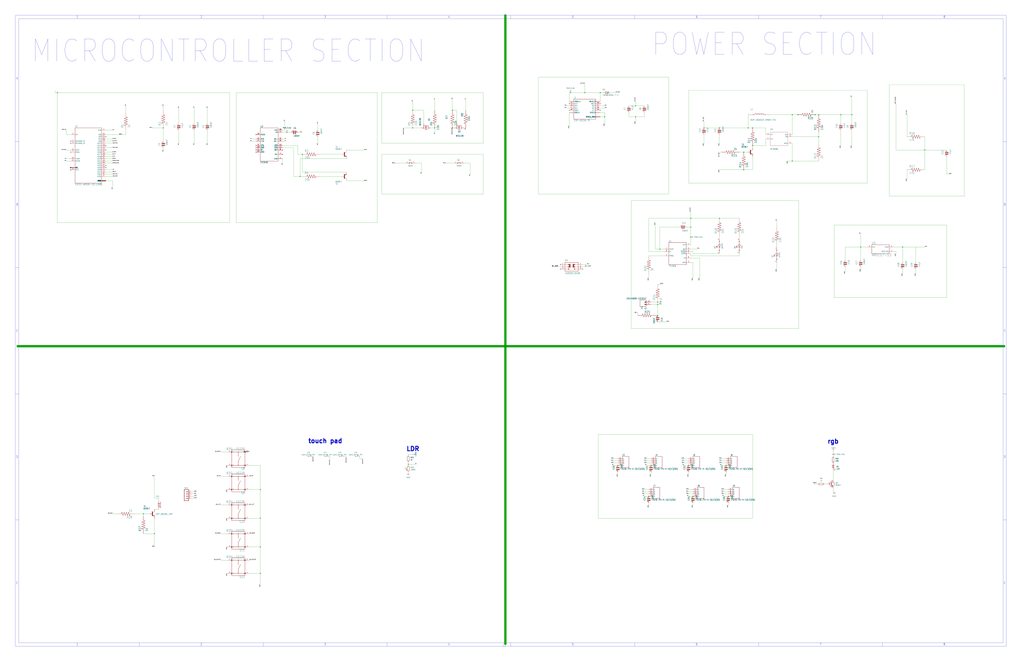
<source format=kicad_sch>
(kicad_sch (version 20231120) (generator "eeschema") (generator_version "8.0")
  (paper "User" 1178.56 765.886)
  (junction (at 911.86 132.08))
  (junction (at 792.48 535.94))
  (junction (at 656.59 106.68))
  (junction (at 520.7 147.32))
  (junction (at 299.72 563.88))
  (junction (at 918.21 132.08))
  (junction (at 942.34 157.48))
  (junction (at 1064.26 172.72))
  (junction (at 746.76 571.5))
  (junction (at 1038.86 284.48))
  (junction (at 756.92 347.98))
  (junction (at 330.2 152.4))
  (junction (at 695.96 134.62))
  (junction (at 731.52 121.92))
  (junction (at 690.88 106.68))
  (junction (at 520.7 127))
  (junction (at 942.34 132.08))
  (junction (at 474.98 147.32))
  (junction (at 66.04 106.68))
  (junction (at 958.85 523.24))
  (junction (at 795.02 273.05))
  (junction (at 967.74 132.08))
  (junction (at 469.9 534.67))
  (junction (at 474.98 127))
  (junction (at 795.02 251.46))
  (junction (at 810.26 147.32))
  (junction (at 756.92 363.22))
  (junction (at 838.2 571.5))
  (junction (at 797.56 571.5))
  (junction (at 347.98 177.8))
  (junction (at 855.98 195.58))
  (junction (at 165.1 591.82))
  (junction (at 980.44 132.08))
  (junction (at 299.72 629.92))
  (junction (at 938.53 132.08))
  (junction (at 828.04 251.46))
  (junction (at 756.92 350.52))
  (junction (at 299.72 596.9))
  (junction (at 299.72 660.4))
  (junction (at 749.3 535.94))
  (junction (at 911.86 185.42))
  (junction (at 866.14 167.64))
  (junction (at 795.02 261.62))
  (junction (at 187.96 147.32))
  (junction (at 731.52 134.62))
  (junction (at 711.2 535.94))
  (junction (at 759.46 287.02))
  (junction (at 177.8 614.68))
  (junction (at 500.38 147.32))
  (junction (at 673.1 106.68))
  (junction (at 990.6 284.48))
  (junction (at 866.14 147.32))
  (junction (at 828.04 147.32))
  (junction (at 835.66 535.94))
  (junction (at 345.44 203.2))
  (junction (at 855.98 175.26))
  (junction (at 861.06 147.32))
  (no_connect (at 81.28 195.58))
  (no_connect (at 81.28 162.56))
  (no_connect (at 655.32 119.38))
  (no_connect (at 690.88 119.38))
  (no_connect (at 294.64 154.94))
  (no_connect (at 81.28 175.26))
  (no_connect (at 690.88 127))
  (no_connect (at 121.92 190.5))
  (no_connect (at 294.64 167.64))
  (no_connect (at 325.12 172.72))
  (no_connect (at 81.28 193.04))
  (no_connect (at 294.64 172.72))
  (no_connect (at 81.28 165.1))
  (no_connect (at 294.64 175.26))
  (no_connect (at 294.64 170.18))
  (no_connect (at 121.92 167.64))
  (no_connect (at 670.56 309.88))
  (no_connect (at 645.16 309.88))
  (no_connect (at 645.16 304.8))
  (no_connect (at 121.92 157.48))
  (no_connect (at 121.92 172.72))
  (no_connect (at 121.92 193.04))
  (no_connect (at 655.32 127))
  (wire (pts (xy 1038.86 284.48) (xy 1054.1 284.48)) (stroke (width 0.1524)))
  (wire (pts (xy 797.56 568.96) (xy 792.48 568.96)) (stroke (width 0.1524)))
  (wire (pts (xy 835.66 533.4) (xy 830.58 533.4)) (stroke (width 0.1524)))
  (wire (pts (xy 1054.1 302.26) (xy 1054.1 284.48)) (stroke (width 0.1524)))
  (wire (pts (xy 731.52 121.92) (xy 741.68 121.92)) (stroke (width 0.1524)))
  (wire (pts (xy 556.26 106.68) (xy 439.42 106.68)) (stroke (width 0.1524)))
  (wire (pts (xy 894.08 281.94) (xy 894.08 284.48)) (stroke (width 0.1524)))
  (wire (pts (xy 828.04 154.94) (xy 828.04 165.1)) (stroke (width 0.1524)))
  (polyline (pts (xy 873.125 17.78) (xy 873.125 21.59)))
  (wire (pts (xy 220.98 574.04) (xy 223.52 574.04)) (stroke (width 0.1524)))
  (polyline (pts (xy 160.3375 17.78) (xy 160.3375 21.59)))
  (wire (pts (xy 711.2 543.56) (xy 711.2 546.1)) (stroke (width 0.1524)))
  (wire (pts (xy 325.12 170.18) (xy 337.82 170.18)) (stroke (width 0.1524)))
  (wire (pts (xy 261.62 548.64) (xy 254 548.64)) (stroke (width 0.1524)))
  (polyline (pts (xy 445.4525 17.78) (xy 445.4525 21.59)))
  (polyline (pts (xy 1154.43 453.644) (xy 1158.24 453.644)))
  (wire (pts (xy 337.82 170.18) (xy 337.82 203.2)) (stroke (width 0.1524)))
  (wire (pts (xy 764.54 289.56) (xy 746.76 289.56)) (stroke (width 0.1524)))
  (wire (pts (xy 690.88 134.62) (xy 695.96 134.62)) (stroke (width 0.1524)))
  (wire (pts (xy 261.62 520.7) (xy 254 520.7)) (stroke (width 0.1524)))
  (wire (pts (xy 63.5 106.68) (xy 66.04 106.68)) (stroke (width 0.1524)))
  (wire (pts (xy 741.68 134.62) (xy 741.68 129.54)) (stroke (width 0.1524)))
  (wire (pts (xy 828.04 147.32) (xy 861.06 147.32)) (stroke (width 0.1524)))
  (wire (pts (xy 264.16 256.54) (xy 66.04 256.54)) (stroke (width 0.1524)))
  (wire (pts (xy 1109.98 226.06) (xy 1109.98 97.79)) (stroke (width 0.1524)))
  (wire (pts (xy 469.9 524.51) (xy 469.9 523.24)))
  (wire (pts (xy 835.66 543.56) (xy 835.66 546.1)) (stroke (width 0.1524)))
  (wire (pts (xy 886.46 132.08) (xy 911.86 132.08)) (stroke (width 0.1524)))
  (wire (pts (xy 990.6 284.48) (xy 990.6 269.24)) (stroke (width 0.1524)))
  (wire (pts (xy 299.72 660.4) (xy 299.72 673.1)) (stroke (width 0.1524)))
  (wire (pts (xy 795.02 302.26) (xy 797.56 302.26)) (stroke (width 0.1524)))
  (wire (pts (xy 434.34 256.54) (xy 271.78 256.54)) (stroke (width 0.1524)))
  (wire (pts (xy 746.76 566.42) (xy 741.68 566.42)) (stroke (width 0.1524)))
  (wire (pts (xy 398.78 182.88) (xy 345.44 182.88)) (stroke (width 0.1524)))
  (wire (pts (xy 645.16 307.34) (xy 642.62 307.34)) (stroke (width 0.1524)))
  (wire (pts (xy 723.9 134.62) (xy 731.52 134.62)) (stroke (width 0.1524)))
  (wire (pts (xy 556.26 177.8) (xy 556.26 223.52)) (stroke (width 0.1524)))
  (wire (pts (xy 894.08 261.62) (xy 894.08 254)) (stroke (width 0.1524)))
  (wire (pts (xy 1089.66 172.72) (xy 1064.26 172.72)) (stroke (width 0.1524)))
  (wire (pts (xy 177.8 548.64) (xy 177.8 574.04)) (stroke (width 0.1524)))
  (wire (pts (xy 850.9 271.78) (xy 850.9 274.32)) (stroke (width 0.1524)))
  (wire (pts (xy 398.78 208.28) (xy 419.1 208.28)) (stroke (width 0.1524)))
  (wire (pts (xy 500.38 147.32) (xy 500.38 152.4)) (stroke (width 0.1524)))
  (wire (pts (xy 619.76 223.52) (xy 619.76 88.9)) (stroke (width 0.1524)))
  (wire (pts (xy 368.3 177.8) (xy 393.7 177.8)) (stroke (width 0.1524)))
  (wire (pts (xy 500.38 127) (xy 500.38 114.3)) (stroke (width 0.1524)))
  (wire (pts (xy 469.9 532.13) (xy 469.9 534.67)))
  (wire (pts (xy 327.66 149.86) (xy 327.66 139.7)) (stroke (width 0.1524)))
  (wire (pts (xy 121.92 170.18) (xy 129.54 170.18)) (stroke (width 0.1524)))
  (wire (pts (xy 81.28 185.42) (xy 76.2 185.42)) (stroke (width 0.1524)))
  (wire (pts (xy 850.9 294.64) (xy 850.9 292.1)) (stroke (width 0.1524)))
  (wire (pts (xy 958.85 566.42) (xy 958.85 562.61)))
  (wire (pts (xy 220.98 568.96) (xy 223.52 568.96)) (stroke (width 0.1524)))
  (wire (pts (xy 937.26 557.53) (xy 941.324 557.53)))
  (wire (pts (xy 66.04 256.54) (xy 66.04 106.68)) (stroke (width 0.1524)))
  (wire (pts (xy 520.7 147.32) (xy 523.24 147.32)) (stroke (width 0.1524)))
  (wire (pts (xy 398.78 172.72) (xy 419.1 172.72)) (stroke (width 0.1524)))
  (polyline (pts (xy 730.5675 740.41) (xy 730.5675 744.22)))
  (wire (pts (xy 579.12 741.68) (xy 579.12 744.22)) (stroke (width 0.1524)))
  (wire (pts (xy 911.86 185.42) (xy 942.34 185.42)) (stroke (width 0.1524)))
  (wire (pts (xy 1038.86 309.88) (xy 1038.86 314.96)) (stroke (width 0.1524)))
  (polyline (pts (xy 302.895 740.41) (xy 302.895 744.22)))
  (wire (pts (xy 182.88 574.04) (xy 177.8 574.04)) (stroke (width 0.1524)))
  (wire (pts (xy 792.48 533.4) (xy 787.4 533.4)) (stroke (width 0.1524)))
  (wire (pts (xy 121.92 162.56) (xy 129.54 162.56)) (stroke (width 0.1524)))
  (wire (pts (xy 838.2 571.5) (xy 833.12 571.5)) (stroke (width 0.1524)))
  (wire (pts (xy 690.88 106.68) (xy 673.1 106.68)) (stroke (width 0.1524)))
  (wire (pts (xy 967.74 132.08) (xy 980.44 132.08)) (stroke (width 0.1524)))
  (polyline (pts (xy 1154.43 21.59) (xy 21.59 21.59)))
  (polyline (pts (xy 588.01 740.41) (xy 588.01 744.22)))
  (wire (pts (xy 881.38 147.32) (xy 866.14 147.32)) (stroke (width 0.1524)))
  (wire (pts (xy 861.06 147.32) (xy 866.14 147.32)) (stroke (width 0.1524)))
  (wire (pts (xy 861.06 175.26) (xy 855.98 175.26)) (stroke (width 0.1524)))
  (wire (pts (xy 866.14 500.38) (xy 866.14 596.9)) (stroke (width 0.1524)))
  (wire (pts (xy 655.32 124.46) (xy 652.78 124.46)) (stroke (width 0.1524)))
  (wire (pts (xy 1023.62 97.79) (xy 1023.62 226.06)) (stroke (width 0.1524)))
  (wire (pts (xy 835.66 528.32) (xy 830.58 528.32)) (stroke (width 0.1524)))
  (wire (pts (xy 439.42 165.1) (xy 556.26 165.1)) (stroke (width 0.1524)))
  (wire (pts (xy 187.96 127) (xy 187.96 121.92)) (stroke (width 0.1524)))
  (wire (pts (xy 990.6 284.48) (xy 972.82 284.48)) (stroke (width 0.1524)))
  (wire (pts (xy 238.76 149.86) (xy 238.76 165.1)) (stroke (width 0.1524)))
  (wire (pts (xy 756.92 363.22) (xy 756.92 350.52)) (stroke (width 0.1524)))
  (polyline (pts (xy 445.4525 740.41) (xy 445.4525 744.22)))
  (wire (pts (xy 797.56 579.12) (xy 797.56 581.66)) (stroke (width 0.1524)))
  (wire (pts (xy 723.9 121.92) (xy 731.52 121.92)) (stroke (width 0.1524)))
  (wire (pts (xy 1031.24 289.56) (xy 1031.24 292.1)) (stroke (width 0.1524)))
  (wire (pts (xy 81.28 182.88) (xy 76.2 182.88)) (stroke (width 0.1524)))
  (wire (pts (xy 795.02 251.46) (xy 795.02 243.84)) (stroke (width 0.1524)))
  (polyline (pts (xy 873.125 740.41) (xy 873.125 744.22)))
  (wire (pts (xy 1038.86 302.26) (xy 1038.86 284.48)) (stroke (width 0.1524)))
  (wire (pts (xy 525.78 142.24) (xy 525.78 127)) (stroke (width 0.1524)))
  (wire (pts (xy 1028.7 289.56) (xy 1031.24 289.56)) (stroke (width 0.1524)))
  (wire (pts (xy 487.68 142.24) (xy 487.68 127)) (stroke (width 0.1524)))
  (wire (pts (xy 789.94 261.62) (xy 795.02 261.62)) (stroke (width 0.1524)))
  (wire (pts (xy 972.82 284.48) (xy 972.82 299.72)) (stroke (width 0.1524)))
  (wire (pts (xy 711.2 535.94) (xy 706.12 535.94)) (stroke (width 0.1524)))
  (wire (pts (xy 165.1 591.82) (xy 172.72 591.82)) (stroke (width 0.1524)))
  (wire (pts (xy 439.42 106.68) (xy 439.42 165.1)) (stroke (width 0.1524)))
  (wire (pts (xy 144.78 154.94) (xy 144.78 149.86)) (stroke (width 0.1524)))
  (wire (pts (xy 474.98 127) (xy 474.98 116.84)) (stroke (width 0.1524)))
  (wire (pts (xy 398.78 525.78) (xy 398.78 527.05)))
  (wire (pts (xy 795.02 251.46) (xy 828.04 251.46)) (stroke (width 0.1524)))
  (wire (pts (xy 129.54 208.28) (xy 129.54 215.9)) (stroke (width 0.1524)))
  (wire (pts (xy 434.34 106.68) (xy 434.34 256.54)) (stroke (width 0.1524)))
  (wire (pts (xy 795.02 281.94) (xy 795.02 273.05)) (stroke (width 0.1524)))
  (wire (pts (xy 1031.24 172.72) (xy 1031.24 119.38)) (stroke (width 0.1524)))
  (wire (pts (xy 365.76 149.86) (xy 365.76 142.24)) (stroke (width 0.1524)))
  (wire (pts (xy 1089.66 180.34) (xy 1089.66 200.66)) (stroke (width 0.1524)))
  (wire (pts (xy 299.72 629.92) (xy 299.72 660.4)) (stroke (width 0.1524)))
  (wire (pts (xy 746.76 314.96) (xy 746.76 320.04)) (stroke (width 0.1524)))
  (wire (pts (xy 866.14 170.18) (xy 866.14 167.64)) (stroke (width 0.1524)))
  (wire (pts (xy 960.12 342.9) (xy 960.12 259.08)) (stroke (width 0.1524)))
  (wire (pts (xy 581.66 17.78) (xy 581.66 741.68)) (stroke (width 2.54)))
  (wire (pts (xy 619.76 88.9) (xy 769.62 88.9)) (stroke (width 0.1524)))
  (wire (pts (xy 688.34 500.38) (xy 866.14 500.38)) (stroke (width 0.1524)))
  (wire (pts (xy 66.04 106.68) (xy 264.16 106.68)) (stroke (width 0.1524)))
  (wire (pts (xy 972.82 307.34) (xy 972.82 312.42)) (stroke (width 0.1524)))
  (polyline (pts (xy 730.5675 17.78) (xy 730.5675 21.59)))
  (wire (pts (xy 711.2 530.86) (xy 706.12 530.86)) (stroke (width 0.1524)))
  (wire (pts (xy 749.3 543.56) (xy 749.3 546.1)) (stroke (width 0.1524)))
  (wire (pts (xy 299.72 596.9) (xy 299.72 629.92)) (stroke (width 0.1524)))
  (wire (pts (xy 556.26 223.52) (xy 439.42 223.52)) (stroke (width 0.1524)))
  (wire (pts (xy 797.56 289.56) (xy 797.56 292.1)) (stroke (width 0.1524)))
  (wire (pts (xy 144.78 129.54) (xy 144.78 121.92)) (stroke (width 0.1524)))
  (wire (pts (xy 919.48 231.14) (xy 919.48 378.46)) (stroke (width 0.1524)))
  (wire (pts (xy 325.12 167.64) (xy 342.9 167.64)) (stroke (width 0.1524)))
  (wire (pts (xy 414.02 525.78) (xy 414.02 528.32)))
  (wire (pts (xy 1089.66 200.66) (xy 1092.2 200.66)) (stroke (width 0.1524)))
  (wire (pts (xy 398.78 198.12) (xy 347.98 198.12)) (stroke (width 0.1524)))
  (wire (pts (xy 673.1 106.68) (xy 673.1 96.52)) (stroke (width 0.1524)))
  (wire (pts (xy 368.3 203.2) (xy 393.7 203.2)) (stroke (width 0.1524)))
  (wire (pts (xy 749.3 530.86) (xy 744.22 530.86)) (stroke (width 0.1524)))
  (wire (pts (xy 325.12 182.88) (xy 325.12 187.96)) (stroke (width 0.1524)))
  (wire (pts (xy 998.22 210.82) (xy 792.48 210.82)) (stroke (width 0.1524)))
  (wire (pts (xy 76.2 154.94) (xy 76.2 149.86)) (stroke (width 0.1524)))
  (wire (pts (xy 325.12 160.02) (xy 327.66 160.02)) (stroke (width 0.1524)))
  (wire (pts (xy 294.64 160.02) (xy 289.56 160.02)) (stroke (width 0.1524)))
  (wire (pts (xy 810.26 147.32) (xy 828.04 147.32)) (stroke (width 0.1524)))
  (wire (pts (xy 866.14 195.58) (xy 855.98 195.58)) (stroke (width 0.1524)))
  (wire (pts (xy 533.4 187.96) (xy 541.02 187.96)) (stroke (width 0.1524)))
  (polyline (pts (xy 1154.43 598.932) (xy 1158.24 598.932)))
  (wire (pts (xy 810.26 154.94) (xy 810.26 165.1)) (stroke (width 0.1524)))
  (wire (pts (xy 749.3 533.4) (xy 744.22 533.4)) (stroke (width 0.1524)))
  (wire (pts (xy 746.76 289.56) (xy 746.76 251.46)) (stroke (width 0.1524)))
  (wire (pts (xy 881.38 167.64) (xy 866.14 167.64)) (stroke (width 0.1524)))
  (wire (pts (xy 795.02 287.02) (xy 802.64 287.02)) (stroke (width 0.1524)))
  (wire (pts (xy 835.66 530.86) (xy 830.58 530.86)) (stroke (width 0.1524)))
  (wire (pts (xy 795.02 289.56) (xy 797.56 289.56)) (stroke (width 0.1524)))
  (wire (pts (xy 656.59 106.68) (xy 655.32 106.68)) (stroke (width 0.1524)))
  (wire (pts (xy 795.02 297.18) (xy 805.18 297.18)) (stroke (width 0.1524)))
  (polyline (pts (xy 1154.43 308.356) (xy 1158.24 308.356)))
  (wire (pts (xy 866.14 180.34) (xy 866.14 195.58)) (stroke (width 0.1524)))
  (wire (pts (xy 165.1 614.68) (xy 177.8 614.68)) (stroke (width 0.1524)))
  (wire (pts (xy 1109.98 97.79) (xy 1023.62 97.79)) (stroke (width 0.1524) (type dash)))
  (wire (pts (xy 1028.7 284.48) (xy 1038.86 284.48)) (stroke (width 0.1524)))
  (wire (pts (xy 520.7 127) (xy 520.7 114.3)) (stroke (width 0.1524)))
  (wire (pts (xy 756.92 370.84) (xy 767.08 370.84)) (stroke (width 0.1524)))
  (wire (pts (xy 220.98 566.42) (xy 223.52 566.42)) (stroke (width 0.1524)))
  (wire (pts (xy 121.92 180.34) (xy 129.54 180.34)) (stroke (width 0.1524)))
  (polyline (pts (xy 17.78 453.644) (xy 21.59 453.644)))
  (wire (pts (xy 764.54 294.64) (xy 746.76 294.64)) (stroke (width 0.1524)))
  (wire (pts (xy 695.96 134.62) (xy 695.96 142.24)) (stroke (width 0.1524)))
  (wire (pts (xy 919.48 378.46) (xy 726.44 378.46)) (stroke (width 0.1524)))
  (wire (pts (xy 980.44 149.86) (xy 980.44 167.64)) (stroke (width 0.1524)))
  (wire (pts (xy 261.62 614.68) (xy 254 614.68)) (stroke (width 0.1524)))
  (wire (pts (xy 942.34 132.08) (xy 967.74 132.08)) (stroke (width 0.1524)))
  (wire (pts (xy 855.98 195.58) (xy 828.04 195.58)) (stroke (width 0.1524)))
  (wire (pts (xy 762 347.98) (xy 756.92 347.98)) (stroke (width 0.1524)))
  (polyline (pts (xy 1015.6825 740.41) (xy 1015.6825 744.22)))
  (wire (pts (xy 487.68 127) (xy 474.98 127)) (stroke (width 0.1524)))
  (wire (pts (xy 63.5 104.14) (xy 63.5 106.68)) (stroke (width 0.1524)))
  (wire (pts (xy 325.12 152.4) (xy 330.2 152.4)))
  (wire (pts (xy 795.02 273.05) (xy 795.02 261.62)) (stroke (width 0.1524)))
  (wire (pts (xy 769.62 88.9) (xy 769.62 223.52)) (stroke (width 0.1524)))
  (wire (pts (xy 960.12 259.08) (xy 1089.66 259.08)) (stroke (width 0.1524)))
  (wire (pts (xy 762 350.52) (xy 756.92 350.52)) (stroke (width 0.1524)))
  (wire (pts (xy 345.44 203.2) (xy 347.98 203.2)) (stroke (width 0.1524)))
  (wire (pts (xy 485.14 147.32) (xy 474.98 147.32)) (stroke (width 0.1524)))
  (wire (pts (xy 154.94 591.82) (xy 165.1 591.82)) (stroke (width 0.1524)))
  (wire (pts (xy 980.44 132.08) (xy 980.44 111.76)) (stroke (width 0.1524)))
  (wire (pts (xy 469.9 534.67) (xy 469.9 535.94)))
  (wire (pts (xy 759.46 287.02) (xy 754.38 287.02)) (stroke (width 0.1524)))
  (wire (pts (xy 414.02 528.32) (xy 417.83 528.32)))
  (wire (pts (xy 792.48 535.94) (xy 787.4 535.94)) (stroke (width 0.1524)))
  (wire (pts (xy 828.04 251.46) (xy 850.9 251.46)) (stroke (width 0.1524)))
  (wire (pts (xy 223.52 149.86) (xy 223.52 165.1)) (stroke (width 0.1524)))
  (wire (pts (xy 746.76 251.46) (xy 795.02 251.46)) (stroke (width 0.1524)))
  (wire (pts (xy 525.78 127) (xy 520.7 127)) (stroke (width 0.1524)))
  (wire (pts (xy 541.02 187.96) (xy 541.02 200.66)) (stroke (width 0.1524)))
  (wire (pts (xy 655.32 106.68) (xy 655.32 116.84)))
  (wire (pts (xy 690.88 121.92) (xy 695.96 121.92)) (stroke (width 0.1524)))
  (wire (pts (xy 469.9 543.56) (xy 469.9 544.83)))
  (wire (pts (xy 271.78 256.54) (xy 271.78 106.68)) (stroke (width 0.1524)))
  (wire (pts (xy 838.2 566.42) (xy 833.12 566.42)) (stroke (width 0.1524)))
  (wire (pts (xy 731.52 121.92) (xy 731.52 116.84)) (stroke (width 0.1524)))
  (wire (pts (xy 942.34 157.48) (xy 942.34 165.1)) (stroke (width 0.1524)))
  (wire (pts (xy 797.56 563.88) (xy 792.48 563.88)) (stroke (width 0.1524)))
  (wire (pts (xy 81.28 154.94) (xy 76.2 154.94)) (stroke (width 0.1524)))
  (wire (pts (xy 121.92 208.28) (xy 129.54 208.28)) (stroke (width 0.1524)))
  (wire (pts (xy 990.6 299.72) (xy 990.6 284.48)) (stroke (width 0.1524)))
  (wire (pts (xy 911.86 165.1) (xy 911.86 185.42)) (stroke (width 0.1524)))
  (wire (pts (xy 1064.26 172.72) (xy 1031.24 172.72)) (stroke (width 0.1524)))
  (polyline (pts (xy 21.59 21.59) (xy 21.59 740.41)))
  (polyline (pts (xy 1154.43 163.068) (xy 1158.24 163.068)))
  (wire (pts (xy 439.42 223.52) (xy 439.42 177.8)) (stroke (width 0.1524)))
  (wire (pts (xy 330.2 152.4) (xy 335.28 152.4)))
  (wire (pts (xy 980.44 142.24) (xy 980.44 132.08)) (stroke (width 0.1524)))
  (polyline (pts (xy 1154.43 740.41) (xy 21.59 740.41)))
  (wire (pts (xy 918.21 132.08) (xy 922.02 132.08)) (stroke (width 0.1524)))
  (wire (pts (xy 967.74 142.24) (xy 967.74 132.08)) (stroke (width 0.1524)))
  (wire (pts (xy 911.86 132.08) (xy 918.21 132.08)) (stroke (width 0.1524)))
  (wire (pts (xy 220.98 571.5) (xy 223.52 571.5)) (stroke (width 0.1524)))
  (wire (pts (xy 121.92 177.8) (xy 129.54 177.8)) (stroke (width 0.1524)))
  (wire (pts (xy 688.34 596.9) (xy 688.34 500.38)) (stroke (width 0.1524)))
  (wire (pts (xy 342.9 167.64) (xy 342.9 177.8)) (stroke (width 0.1524)))
  (wire (pts (xy 990.6 307.34) (xy 990.6 312.42)) (stroke (width 0.1524)))
  (wire (pts (xy 746.76 579.12) (xy 746.76 581.66)) (stroke (width 0.1524)))
  (wire (pts (xy 523.24 187.96) (xy 513.08 187.96)) (stroke (width 0.1524)))
  (polyline (pts (xy 17.78 598.932) (xy 21.59 598.932)))
  (wire (pts (xy 187.96 170.18) (xy 187.96 172.72)) (stroke (width 0.1524)))
  (wire (pts (xy 535.94 127) (xy 535.94 114.3)) (stroke (width 0.1524)))
  (wire (pts (xy 379.73 525.78) (xy 379.73 529.59)))
  (wire (pts (xy 935.99 556.26) (xy 937.26 556.26)))
  (wire (pts (xy 556.26 165.1) (xy 556.26 106.68)) (stroke (width 0.1524)))
  (wire (pts (xy 121.92 187.96) (xy 129.54 187.96)) (stroke (width 0.1524)))
  (wire (pts (xy 967.74 149.86) (xy 967.74 167.64)) (stroke (width 0.1524)))
  (wire (pts (xy 121.92 203.2) (xy 129.54 203.2)) (stroke (width 0.1524)))
  (wire (pts (xy 365.76 157.48) (xy 365.76 165.1)) (stroke (width 0.1524)))
  (wire (pts (xy 759.46 261.62) (xy 759.46 287.02)) (stroke (width 0.1524)))
  (wire (pts (xy 792.48 104.14) (xy 998.22 104.14)) (stroke (width 0.1524) (type dash)))
  (wire (pts (xy 345.44 182.88) (xy 345.44 203.2)) (stroke (width 0.1524)))
  (wire (pts (xy 337.82 203.2) (xy 345.44 203.2)) (stroke (width 0.1524)))
  (wire (pts (xy 828.04 271.78) (xy 828.04 274.32)) (stroke (width 0.1524)))
  (polyline (pts (xy 588.01 17.78) (xy 588.01 21.59)))
  (wire (pts (xy 792.48 210.82) (xy 792.48 104.14)) (stroke (width 0.1524)))
  (wire (pts (xy 726.44 378.46) (xy 726.44 231.14)) (stroke (width 0.1524)))
  (polyline (pts (xy 1015.6825 17.78) (xy 1015.6825 21.59)))
  (wire (pts (xy 797.56 566.42) (xy 792.48 566.42)) (stroke (width 0.1524)))
  (wire (pts (xy 749.3 535.94) (xy 744.22 535.94)) (stroke (width 0.1524)))
  (wire (pts (xy 294.64 162.56) (xy 289.56 162.56)) (stroke (width 0.1524)))
  (wire (pts (xy 690.88 124.46) (xy 695.96 124.46)) (stroke (width 0.1524)))
  (wire (pts (xy 805.18 297.18) (xy 805.18 320.04)) (stroke (width 0.1524)))
  (wire (pts (xy 958.85 523.24) (xy 958.85 525.78)))
  (wire (pts (xy 579.12 744.22) (xy 581.66 744.22)) (stroke (width 0.1524)))
  (wire (pts (xy 711.2 533.4) (xy 706.12 533.4)) (stroke (width 0.1524)))
  (wire (pts (xy 690.88 106.68) (xy 693.42 106.68)) (stroke (width 0.1524)))
  (wire (pts (xy 906.78 185.42) (xy 911.86 185.42)) (stroke (width 0.1524)))
  (wire (pts (xy 792.48 530.86) (xy 787.4 530.86)) (stroke (width 0.1524)))
  (wire (pts (xy 134.62 591.82) (xy 129.54 591.82)) (stroke (width 0.1524)))
  (wire (pts (xy 187.96 162.56) (xy 187.96 147.32)) (stroke (width 0.1524)))
  (wire (pts (xy 797.56 571.5) (xy 792.48 571.5)) (stroke (width 0.1524)))
  (wire (pts (xy 937.26 556.26) (xy 937.26 557.53)))
  (wire (pts (xy 754.38 363.22) (xy 756.92 363.22)) (stroke (width 0.1524)))
  (wire (pts (xy 948.944 557.53) (xy 951.23 557.53)))
  (wire (pts (xy 731.52 134.62) (xy 731.52 139.7)) (stroke (width 0.1524)))
  (wire (pts (xy 861.06 132.08) (xy 861.06 147.32)) (stroke (width 0.1524)))
  (wire (pts (xy 495.3 147.32) (xy 500.38 147.32)) (stroke (width 0.1524)))
  (wire (pts (xy 756.92 327.66) (xy 759.46 327.66)) (stroke (width 0.1524)))
  (wire (pts (xy 1054.1 284.48) (xy 1064.26 284.48)) (stroke (width 0.1524)))
  (wire (pts (xy 749.3 350.52) (xy 756.92 350.52)) (stroke (width 0.1524)))
  (wire (pts (xy 998.22 104.14) (xy 998.22 210.82)) (stroke (width 0.1524)))
  (wire (pts (xy 695.96 129.54) (xy 695.96 134.62)) (stroke (width 0.1524)))
  (wire (pts (xy 782.32 261.62) (xy 759.46 261.62)) (stroke (width 0.1524)))
  (wire (pts (xy 690.88 116.84) (xy 690.88 106.68)) (stroke (width 0.1524)))
  (wire (pts (xy 703.58 106.68) (xy 708.66 106.68)) (stroke (width 0.1524)))
  (wire (pts (xy 485.14 187.96) (xy 485.14 198.12)) (stroke (width 0.1524)))
  (wire (pts (xy 838.2 568.96) (xy 833.12 568.96)) (stroke (width 0.1524)))
  (wire (pts (xy 121.92 182.88) (xy 129.54 182.88)) (stroke (width 0.1524)))
  (wire (pts (xy 754.38 287.02) (xy 754.38 259.08)) (stroke (width 0.1524)))
  (wire (pts (xy 467.36 187.96) (xy 454.66 187.96)) (stroke (width 0.1524)))
  (wire (pts (xy 520.7 147.32) (xy 518.16 147.32)) (stroke (width 0.1524)))
  (wire (pts (xy 477.52 187.96) (xy 485.14 187.96)) (stroke (width 0.1524)))
  (wire (pts (xy 746.76 571.5) (xy 741.68 571.5)) (stroke (width 0.1524)))
  (wire (pts (xy 1023.62 226.06) (xy 1109.98 226.06)) (stroke (width 0.1524)))
  (wire (pts (xy 734.06 363.22) (xy 734.06 360.68)) (stroke (width 0.1524)))
  (wire (pts (xy 121.92 154.94) (xy 144.78 154.94)) (stroke (width 0.1524)))
  (wire (pts (xy 342.9 152.4) (xy 345.44 152.4)) (stroke (width 0.1524)))
  (wire (pts (xy 177.8 614.68) (xy 177.8 629.92)) (stroke (width 0.1524)))
  (wire (pts (xy 165.1 594.36) (xy 165.1 591.82)) (stroke (width 0.1524)))
  (wire (pts (xy 655.32 121.92) (xy 652.78 121.92)) (stroke (width 0.1524)))
  (polyline (pts (xy 1154.43 21.59) (xy 1154.43 740.41)))
  (wire (pts (xy 261.62 645.16) (xy 254 645.16)) (stroke (width 0.1524)))
  (wire (pts (xy 81.28 172.72) (xy 76.2 172.72)) (stroke (width 0.1524)))
  (wire (pts (xy 413.766 525.78) (xy 414.02 525.78)))
  (wire (pts (xy 911.86 154.94) (xy 911.86 132.08)) (stroke (width 0.1524)))
  (wire (pts (xy 795.02 261.62) (xy 795.02 251.46)) (stroke (width 0.1524)))
  (wire (pts (xy 830.58 175.26) (xy 828.04 175.26)) (stroke (width 0.1524)))
  (wire (pts (xy 469.9 523.24) (xy 474.98 523.24)))
  (wire (pts (xy 690.88 129.54) (xy 695.96 129.54)) (stroke (width 0.1524)))
  (wire (pts (xy 958.85 541.02) (xy 958.85 552.45)))
  (wire (pts (xy 121.92 160.02) (xy 129.54 160.02)) (stroke (width 0.1524)))
  (polyline (pts (xy 17.78 163.068) (xy 21.59 163.068)))
  (wire (pts (xy 1043.94 195.58) (xy 1043.94 205.74)) (stroke (width 0.1524)))
  (wire (pts (xy 325.12 149.86) (xy 327.66 149.86)) (stroke (width 0.1524)))
  (wire (pts (xy 121.92 198.12) (xy 129.54 198.12)) (stroke (width 0.1524)))
  (wire (pts (xy 439.42 177.8) (xy 556.26 177.8)) (stroke (width 0.1524)))
  (wire (pts (xy 121.92 195.58) (xy 129.54 195.58)) (stroke (width 0.1524)))
  (wire (pts (xy 261.62 581.66) (xy 254 581.66)) (stroke (width 0.1524)))
  (wire (pts (xy 810.26 147.32) (xy 810.26 139.7)) (stroke (width 0.1524)))
  (wire (pts (xy 342.9 177.8) (xy 347.98 177.8)) (stroke (width 0.1524)))
  (wire (pts (xy 299.72 563.88) (xy 299.72 596.9)) (stroke (width 0.1524)))
  (wire (pts (xy 287.02 535.94) (xy 299.72 535.94)) (stroke (width 0.1524)))
  (wire (pts (xy 866.14 596.9) (xy 688.34 596.9)) (stroke (width 0.1524)))
  (wire (pts (xy 121.92 165.1) (xy 129.54 165.1)) (stroke (width 0.1524)))
  (wire (pts (xy 477.52 534.67) (xy 469.9 534.67)))
  (wire (pts (xy 177.8 586.74) (xy 182.88 586.74)) (stroke (width 0.1524)))
  (wire (pts (xy 797.56 302.26) (xy 797.56 320.04)) (stroke (width 0.1524)))
  (wire (pts (xy 1064.26 172.72) (xy 1064.26 195.58)) (stroke (width 0.1524)))
  (polyline (pts (xy 302.895 17.78) (xy 302.895 21.59)))
  (wire (pts (xy 838.2 579.12) (xy 838.2 581.66)) (stroke (width 0.1524)))
  (wire (pts (xy 1064.26 157.48) (xy 1064.26 172.72)) (stroke (width 0.1524)))
  (wire (pts (xy 1043.94 157.48) (xy 1043.94 132.08)) (stroke (width 0.1524)))
  (wire (pts (xy 746.76 563.88) (xy 741.68 563.88)) (stroke (width 0.1524)))
  (wire (pts (xy 287.02 629.92) (xy 299.72 629.92)) (stroke (width 0.1524)))
  (wire (pts (xy 759.46 287.02) (xy 764.54 287.02)) (stroke (width 0.1524)))
  (wire (pts (xy 749.3 347.98) (xy 756.92 347.98)) (stroke (width 0.1524)))
  (wire (pts (xy 205.74 142.24) (xy 205.74 124.46)) (stroke (width 0.1524)))
  (wire (pts (xy 581.66 741.68) (xy 579.12 741.68)) (stroke (width 0.1524)))
  (wire (pts (xy 835.66 535.94) (xy 830.58 535.94)) (stroke (width 0.1524)))
  (wire (pts (xy 177.8 596.9) (xy 177.8 614.68)) (stroke (width 0.1524)))
  (wire (pts (xy 850.9 175.26) (xy 855.98 175.26)) (stroke (width 0.1524)))
  (wire (pts (xy 287.02 660.4) (xy 299.72 660.4)) (stroke (width 0.1524)))
  (wire (pts (xy 264.16 106.68) (xy 264.16 256.54)) (stroke (width 0.1524)))
  (wire (pts (xy 938.53 132.08) (xy 942.34 132.08)) (stroke (width 0.1524)))
  (wire (pts (xy 182.88 576.58) (xy 182.88 574.04)) (stroke (width 0.1524)))
  (wire (pts (xy 1089.66 342.9) (xy 960.12 342.9)) (stroke (width 0.1524)))
  (wire (pts (xy 1155.7 398.78) (xy 20.32 398.78)) (stroke (width 2.54)))
  (wire (pts (xy 746.76 568.96) (xy 741.68 568.96)) (stroke (width 0.1524)))
  (wire (pts (xy 958.85 519.43) (xy 958.85 523.24)))
  (wire (pts (xy 881.38 160.02) (xy 881.38 167.64)) (stroke (width 0.1524)))
  (wire (pts (xy 792.48 528.32) (xy 787.4 528.32)) (stroke (width 0.1524)))
  (wire (pts (xy 731.52 134.62) (xy 741.68 134.62)) (stroke (width 0.1524)))
  (wire (pts (xy 881.38 154.94) (xy 881.38 147.32)) (stroke (width 0.1524)))
  (wire (pts (xy 894.08 302.26) (xy 894.08 309.88)) (stroke (width 0.1524)))
  (wire (pts (xy 670.56 304.8) (xy 675.64 304.8)) (stroke (width 0.1524)))
  (wire (pts (xy 299.72 535.94) (xy 299.72 563.88)) (stroke (width 0.1524)))
  (polyline (pts (xy 160.3375 740.41) (xy 160.3375 744.22)))
  (wire (pts (xy 378.714 525.78) (xy 379.73 525.78)))
  (wire (pts (xy 395.478 525.78) (xy 398.78 525.78)))
  (wire (pts (xy 998.22 284.48) (xy 990.6 284.48)) (stroke (width 0.1524)))
  (wire (pts (xy 795.02 292.1) (xy 795.02 294.64)) (stroke (width 0.1524)))
  (wire (pts (xy 271.78 106.68) (xy 434.34 106.68)) (stroke (width 0.1524)))
  (wire (pts (xy 287.02 596.9) (xy 299.72 596.9)) (stroke (width 0.1524)))
  (wire (pts (xy 792.48 543.56) (xy 792.48 546.1)) (stroke (width 0.1524)))
  (wire (pts (xy 723.9 129.54) (xy 723.9 134.62)) (stroke (width 0.1524)))
  (wire (pts (xy 673.1 106.68) (xy 656.59 106.68)) (stroke (width 0.1524)))
  (wire (pts (xy 1089.66 259.08) (xy 1089.66 342.9)) (stroke (width 0.1524)))
  (wire (pts (xy 121.92 200.66) (xy 129.54 200.66)) (stroke (width 0.1524)))
  (wire (pts (xy 932.18 132.08) (xy 938.53 132.08)) (stroke (width 0.1524)))
  (wire (pts (xy 121.92 175.26) (xy 129.54 175.26)) (stroke (width 0.1524)))
  (wire (pts (xy 797.56 292.1) (xy 828.04 292.1)) (stroke (width 0.1524)))
  (wire (pts (xy 911.86 157.48) (xy 942.34 157.48)) (stroke (width 0.1524)))
  (polyline (pts (xy 17.78 308.356) (xy 21.59 308.356)))
  (wire (pts (xy 474.98 147.32) (xy 464.82 147.32)) (stroke (width 0.1524)))
  (wire (pts (xy 960.12 566.42) (xy 958.85 566.42)))
  (wire (pts (xy 769.62 223.52) (xy 619.76 223.52)) (stroke (width 0.1524)))
  (wire (pts (xy 287.02 563.88) (xy 299.72 563.88)) (stroke (width 0.1524)))
  (wire (pts (xy 187.96 147.32) (xy 175.26 147.32)) (stroke (width 0.1524)))
  (wire (pts (xy 1054.1 309.88) (xy 1054.1 314.96)) (stroke (width 0.1524)))
  (wire (pts (xy 359.41 525.78) (xy 360.68 525.78)))
  (wire (pts (xy 726.44 231.14) (xy 919.48 231.14)) (stroke (width 0.1524)))
  (wire (pts (xy 838.2 563.88) (xy 833.12 563.88)) (stroke (width 0.1524)))
  (wire (pts (xy 749.3 528.32) (xy 744.22 528.32)) (stroke (width 0.1524)))
  (wire (pts (xy 795.02 294.64) (xy 850.9 294.64)) (stroke (width 0.1524)))
  (wire (pts (xy 238.76 142.24) (xy 238.76 124.46)) (stroke (width 0.1524)))
  (wire (pts (xy 223.52 142.24) (xy 223.52 124.46)) (stroke (width 0.1524)))
  (wire (pts (xy 942.34 152.4) (xy 942.34 157.48)) (stroke (width 0.1524)))
  (wire (pts (xy 711.2 528.32) (xy 706.12 528.32)) (stroke (width 0.1524)))
  (wire (pts (xy 670.56 307.34) (xy 673.1 307.34)) (stroke (width 0.1524)))
  (wire (pts (xy 121.92 149.86) (xy 129.54 149.86)) (stroke (width 0.1524)))
  (wire (pts (xy 533.4 147.32) (xy 535.94 147.32)) (stroke (width 0.1524)))
  (wire (pts (xy 205.74 149.86) (xy 205.74 165.1)) (stroke (width 0.1524)))
  (wire (pts (xy 347.98 198.12) (xy 347.98 177.8)) (stroke (width 0.1524)))
  (wire (pts (xy 121.92 185.42) (xy 129.54 185.42)) (stroke (width 0.1524)))
  (wire (pts (xy 325.12 162.56) (xy 327.66 162.56)) (stroke (width 0.1524)))
  (wire (pts (xy 655.32 129.54) (xy 655.32 144.78)) (stroke (width 0.1524)))
  (polyline (pts (xy 17.78 17.78) (xy 1158.24 17.78) (xy 1158.24 744.22) (xy 17.78 744.22) (xy 17.78 17.78)))
  (text "5" (at 659.2888 19.685 0) (effects (font (size 2.54 2.286))))
  (text "A" (at 19.685 90.424 0) (effects (font (size 2.54 2.286))))
  (text "7" (at 944.4038 742.315 0) (effects (font (size 2.54 2.286))))
  (text "D" (at 1156.335 526.288 0) (effects (font (size 2.54 2.286))))
  (text "D" (at 19.685 526.288 0) (effects (font (size 2.54 2.286))))
  (text "8" (at 1086.9613 742.315 0) (effects (font (size 2.54 2.286))))
  (text "2" (at 231.6162 742.315 0) (effects (font (size 2.54 2.286))))
  (text "touch pad\n" (at 374.396 508 0) (effects (font (size 5.08 5.08) (thickness 1.016) (bold yes))))
  (text "C" (at 1156.335 381 0) (effects (font (size 2.54 2.286))))
  (text "B" (at 19.685 235.712 0) (effects (font (size 2.54 2.286))))
  (text "rgb" (at 958.85 508.508 0) (effects (font (size 5.08 5.08) (thickness 1.016) (bold yes))))
  (text "E" (at 19.685 671.576 0) (effects (font (size 2.54 2.286))))
  (text "3" (at 374.1737 742.315 0) (effects (font (size 2.54 2.286))))
  (text "7" (at 944.4038 19.685 0) (effects (font (size 2.54 2.286))))
  (text "B" (at 1156.335 235.712 0) (effects (font (size 2.54 2.286))))
  (text "MICROCONTROLLER SECTION" (at 35.56 73.66 0) (effects (font (size 25.4 21.59)) (justify left bottom)))
  (text "6" (at 801.8463 742.315 0) (effects (font (size 2.54 2.286))))
  (text "3" (at 374.1737 19.685 0) (effects (font (size 2.54 2.286))))
  (text "LDR" (at 475.234 517.144 0) (effects (font (size 5.08 5.08) (thickness 1.016) (bold yes))))
  (text "1" (at 89.0587 19.685 0) (effects (font (size 2.54 2.286))))
  (text "8" (at 1086.9613 19.685 0) (effects (font (size 2.54 2.286))))
  (text "6" (at 801.8463 19.685 0) (effects (font (size 2.54 2.286))))
  (text "POWER SECTION" (at 749.3 66.04 0) (effects (font (size 25.4 21.59)) (justify left bottom)))
  (text "E" (at 1156.335 671.576 0) (effects (font (size 2.54 2.286))))
  (text "5" (at 659.2888 742.315 0) (effects (font (size 2.54 2.286))))
  (text "A" (at 1156.335 90.424 0) (effects (font (size 2.54 2.286))))
  (text "4" (at 516.7312 19.685 0) (effects (font (size 2.54 2.286))))
  (text "2" (at 231.6162 19.685 0) (effects (font (size 2.54 2.286))))
  (text "1" (at 89.0587 742.315 0) (effects (font (size 2.54 2.286))))
  (text "C" (at 19.685 381 0) (effects (font (size 2.54 2.286))))
  (text "4" (at 516.7312 742.315 0) (effects (font (size 2.54 2.286))))
  (label "CONTROLLER_SCL" (at 129.54 187.96 0) (effects (font (size 0.569 0.569))))
  (label "GND" (at 1054.1 314.96 270) (effects (font (size 0.889 0.889))))
  (label "5V" (at 787.4 535.94 180) (effects (font (size 0.889 0.889))))
  (label "GND" (at 299.72 673.1 270) (effects (font (size 0.889 0.889))))
  (label "GND" (at 261.62 629.92 270) (effects (font (size 0.889 0.889))))
  (label "TOUCH_PAD_1" (at 360.68 525.78 270) (effects (font (size 0.569 0.569))))
  (label "BOOT_0" (at 419.1 208.28 0) (effects (font (size 0.569 0.569))))
  (label "B+_OUT" (at 642.62 307.34 180) (effects (font (size 1.2446 1.2446))))
  (label "GND" (at 828.04 165.1 270) (effects (font (size 0.889 0.889))))
  (label "3V3" (at 187.96 121.92 90) (effects (font (size 0.569 0.569))))
  (label "GND" (at 754.38 259.08 90) (effects (font (size 0.889 0.889))))
  (label "GND" (at 655.32 144.78 270) (effects (font (size 0.889 0.889))))
  (label "ESP_EN" (at 175.26 147.32 180) (effects (font (size 0.569 0.569))))
  (label "GND" (at 1092.2 200.66 0) (effects (font (size 0.889 0.889))))
  (label "3V3" (at 238.76 124.46 90) (effects (font (size 0.569 0.569))))
  (label "SDA" (at 792.48 568.96 180) (effects (font (size 0.889 0.889))))
  (label "GND" (at 485.14 198.12 270) (effects (font (size 0.569 0.569))))
  (label "TXD" (at 76.2 182.88 180) (effects (font (size 0.569 0.569))))
  (label "SW_LEFT" (at 287.02 581.66 0) (effects (font (size 0.889 0.889))))
  (label "LDR" (at 129.54 195.58 0) (effects (font (size 0.569 0.569))))
  (label "GND" (at 177.8 629.92 180) (effects (font (size 0.889 0.889))))
  (label "GND" (at 967.74 167.64 270) (effects (font (size 0.889 0.889))))
  (label "B+_OUT" (at 828.04 175.26 270) (effects (font (size 0.889 0.889))))
  (label "GND" (at 828.04 195.58 270) (effects (font (size 0.889 0.889))))
  (label "3V3" (at 177.8 548.64 180) (effects (font (size 0.889 0.889))))
  (label "GND" (at 205.74 165.1 270) (effects (font (size 0.569 0.569))))
  (label "GND" (at 238.76 165.1 270) (effects (font (size 0.569 0.569))))
  (label "3V3" (at 365.76 142.24 90) (effects (font (size 0.569 0.569))))
  (label "5V" (at 980.44 111.76 90) (effects (font (size 0.889 0.889))))
  (label "B+" (at 675.64 304.8 0) (effects (font (size 1.2446 1.2446))))
  (label "SW_DOWN" (at 287.02 614.68 0) (effects (font (size 0.889 0.889))))
  (label "TOUCH_PAD_1" (at 129.54 200.66 0) (effects (font (size 0.569 0.569))))
  (label "GND" (at 261.62 596.9 270) (effects (font (size 0.889 0.889))))
  (label "SCL" (at 744.22 530.86 180) (effects (font (size 0.889 0.889))))
  (label "TXD" (at 289.56 160.02 180) (effects (font (size 0.569 0.569))))
  (label "GND" (at 787.4 528.32 180) (effects (font (size 0.889 0.889))))
  (label "GND" (at 711.2 546.1 270) (effects (font (size 0.889 0.889))))
  (label "SCL" (at 833.12 566.42 180) (effects (font (size 0.889 0.889))))
  (label "SDA" (at 744.22 533.4 180) (effects (font (size 0.889 0.889))))
  (label "SDA" (at 706.12 533.4 180) (effects (font (size 0.889 0.889))))
  (label "GND" (at 223.52 574.04 0) (effects (font (size 0.889 0.889))))
  (label "GND" (at 731.52 139.7 270) (effects (font (size 0.889 0.889))))
  (label "GND" (at 830.58 528.32 180) (effects (font (size 0.889 0.889))))
  (label "B+_OUT" (at 642.62 307.34 180) (effects (font (size 1.2446 1.2446))))
  (label "5V" (at 894.08 254 90) (effects (font (size 0.889 0.889))))
  (label "GND" (at 223.52 165.1 270) (effects (font (size 0.569 0.569))))
  (label "GND" (at 759.46 327.66 0) (effects (font (size 1.2446 1.2446))))
  (label "SW_RIGHT" (at 287.02 520.7 180) (effects (font (size 0.889 0.889))))
  (label "3V3" (at 129.54 149.86 0) (effects (font (size 0.569 0.569))))
  (label "GND" (at 365.76 165.1 270) (effects (font (size 0.569 0.569))))
  (label "GND" (at 345.44 152.4 0) (effects (font (size 0.569 0.569))))
  (label "CONTROLLER_SDA" (at 129.54 185.42 0) (effects (font (size 0.569 0.569))))
  (label "GND" (at 792.48 546.1 270) (effects (font (size 0.889 0.889))))
  (label "B+" (at 762 350.52 180) (effects (font (size 1.2446 1.2446))))
  (label "ESP_EN" (at 513.08 187.96 180) (effects (font (size 0.569 0.569))))
  (label "GND" (at 810.26 165.1 270) (effects (font (size 0.889 0.889))))
  (label "3V3" (at 327.66 139.7 90) (effects (font (size 0.569 0.569))))
  (label "SW_CENTER" (at 287.02 645.16 0) (effects (font (size 0.889 0.889))))
  (label "GND" (at 541.02 200.66 270) (effects (font (size 0.569 0.569))))
  (label "SCL" (at 500.38 152.4 270) (effects (font (size 0.569 0.569))))
  (label "5V" (at 741.68 571.5 180) (effects (font (size 0.889 0.889))))
  (label "3V3" (at 223.52 571.5 0) (effects (font (size 0.889 0.889))))
  (label "5V" (at 744.22 535.94 180) (effects (font (size 0.889 0.889))))
  (label "GND" (at 746.76 320.04 270) (effects (font (size 0.889 0.889))))
  (label "ESP_EN" (at 76.2 149.86 180) (effects (font (size 0.889 0.889))))
  (label "BATT_GAUGE" (at 76.2 172.72 180) (effects (font (size 0.569 0.569))))
  (label "SW_LEFT" (at 129.54 177.8 0) (effects (font (size 0.569 0.569))))
  (label "3V3" (at 520.7 114.3 90) (effects (font (size 0.569 0.569))))
  (label "GND" (at 835.66 546.1 270) (effects (font (size 0.889 0.889))))
  (label "SW_UP" (at 254 548.64 180) (effects (font (size 0.889 0.889))))
  (label "GND" (at 805.18 320.04 270) (effects (font (size 0.889 0.889))))
  (label "GND" (at 833.12 563.88 180) (effects (font (size 0.889 0.889))))
  (label "5V_CHG" (at 673.1 96.52 180) (effects (font (size 0.889 0.889))))
  (label "BUZZER" (at 129.54 182.88 0) (effects (font (size 0.569 0.569))))
  (label "SDA" (at 741.68 568.96 180) (effects (font (size 0.889 0.889))))
  (label "GND" (at 749.3 546.1 270) (effects (font (size 0.889 0.889))))
  (label "SW_CENTER" (at 254 645.16 180) (effects (font (size 0.889 0.889))))
  (label "GND" (at 695.96 142.24 270) (effects (font (size 0.889 0.889))))
  (label "5V" (at 535.94 114.3 90) (effects (font (size 0.569 0.569))))
  (label "SW_UP" (at 129.54 180.34 0) (effects (font (size 0.569 0.569))))
  (label "3V3" (at 205.74 124.46 90) (effects (font (size 0.569 0.569))))
  (label "SCL" (at 706.12 530.86 180) (effects (font (size 0.889 0.889))))
  (label "GND" (at 1031.24 292.1 270) (effects (font (size 0.889 0.889))))
  (label "RGB_DIN" (at 935.99 556.26 0) (effects (font (size 0.569 0.569))))
  (label "DA+" (at 327.66 160.02 0) (effects (font (size 0.569 0.569))))
  (label "RGB_DIN" (at 129.54 198.12 0) (effects (font (size 0.569 0.569))))
  (label "GND" (at 792.48 563.88 180) (effects (font (size 0.889 0.889))))
  (label "DA+" (at 695.96 124.46 0) (effects (font (size 0.889 0.889))))
  (label "GND" (at 261.62 535.94 270) (effects (font (size 0.889 0.889))))
  (label "5V" (at 706.12 535.94 180) (effects (font (size 0.889 0.889))))
  (label "DA-" (at 652.78 124.46 180) (effects (font (size 0.889 0.889))))
  (label "GND" (at 706.12 528.32 180) (effects (font (size 0.889 0.889))))
  (label "B+_OUT" (at 673.1 307.34 0) (effects (font (size 1.2446 1.2446))))
  (label "BOOT_0" (at 137.16 154.94 0) (effects (font (size 0.569 0.569))))
  (label "GND" (at 129.54 215.9 270) (effects (font (size 0.569 0.569))))
  (label "TOUCH_PAD_4" (at 129.54 165.1 0) (effects (font (size 0.569 0.569))))
  (label "GND" (at 972.82 312.42 270) (effects (font (size 0.889 0.889))))
  (label "GND" (at 741.68 563.88 180) (effects (font (size 0.889 0.889))))
  (label "GND" (at 906.78 185.42 270) (effects (font (size 0.889 0.889))))
  (label "SDA" (at 787.4 533.4 180) (effects (font (size 0.889 0.889))))
  (label "5V_OUT" (at 708.66 106.68 0) (effects (font (size 0.889 0.889))))
  (label "GND" (at 797.56 581.66 270) (effects (font (size 0.889 0.889))))
  (label "RXD" (at 76.2 185.42 180) (effects (font (size 0.569 0.569))))
  (label "TOUCH_PAD_3" (at 398.78 527.05 270) (effects (font (size 0.569 0.569))))
  (label "5V" (at 792.48 571.5 180) (effects (font (size 0.889 0.889))))
  (label "5V" (at 500.38 114.3 90) (effects (font (size 0.569 0.569))))
  (label "GND" (at 187.96 172.72 270) (effects (font (size 0.569 0.569))))
  (label "DA-" (at 695.96 121.92 0) (effects (font (size 0.889 0.889))))
  (label "B+_OUT" (at 810.26 139.7 90) (effects (font (size 0.889 0.889))))
  (label "TOUCH_PAD_4" (at 417.83 528.32 270) (effects (font (size 0.569 0.569))))
  (label "SDA" (at 223.52 566.42 0) (effects (font (size 0.889 0.889))))
  (label "BATT_GAUGE" (at 1031.24 119.38 90) (effects (font (size 0.889 0.889))))
  (label "5V_OUT" (at 731.52 116.84 90) (effects (font (size 0.889 0.889))))
  (label "CONTROLLER_SCL" (at 464.82 147.32 270) (effects (font (size 0.569 0.569))))
  (label "GND" (at 1043.94 205.74 270) (effects (font (size 0.889 0.889))))
  (label "GND" (at 261.62 660.4 270) (effects (font (size 0.889 0.889))))
  (label "GND" (at 797.56 320.04 270) (effects (font (size 0.889 0.889))))
  (label "SDA" (at 535.94 147.32 270) (effects (font (size 0.569 0.569))))
  (label "GND" (at 325.12 187.96 270) (effects (font (size 0.569 0.569))))
  (label "3V3" (at 223.52 124.46 90) (effects (font (size 0.569 0.569))))
  (label "CONTROLLER_SDA" (at 520.7 147.32 270) (effects (font (size 0.569 0.569))))
  (label "TOUCH_PAD_3" (at 129.54 170.18 0) (effects (font (size 0.569 0.569))))
  (label "LDR" (at 477.52 534.67 0) (effects (font (size 0.569 0.569))))
  (label "SW_RIGHT" (at 254 520.7 180) (effects (font (size 0.889 0.889))))
  (label "3V3" (at 144.78 121.92 90) (effects (font (size 0.569 0.569))))
  (label "GND" (at 744.22 528.32 180) (effects (font (size 0.889 0.889))))
  (label "5V" (at 990.6 269.24 180) (effects (font (size 0.889 0.889))))
  (label "GND" (at 990.6 309.88 270) (effects (font (size 0.889 0.889))))
  (label "GND" (at 838.2 581.66 270) (effects (font (size 0.889 0.889))))
  (label "SDA" (at 830.58 533.4 180) (effects (font (size 0.889 0.889))))
  (label "GND" (at 261.62 563.88 270) (effects (font (size 0.889 0.889))))
  (label "SW_LEFT" (at 254 581.66 180) (effects (font (size 0.889 0.889))))
  (label "SCL" (at 787.4 530.86 180) (effects (font (size 0.889 0.889))))
  (label "BOOT_0" (at 454.66 187.96 180) (effects (font (size 0.569 0.569))))
  (label "BUZZER" (at 129.54 591.82 180) (effects (font (size 0.889 0.889))))
  (label "SW_RIGHT" (at 129.54 160.02 0) (effects (font (size 0.569 0.569))))
  (label "RXD" (at 289.56 162.56 180) (effects (font (size 0.569 0.569))))
  (label "3V3" (at 474.98 116.84 90) (effects (font (size 0.569 0.569))))
  (label "5V_OUT" (at 795.02 243.84 90) (effects (font (size 0.889 0.889))))
  (label "DA+" (at 652.78 121.92 180) (effects (font (size 0.889 0.889))))
  (label "GND" (at 894.08 309.88 270) (effects (font (size 0.889 0.889))))
  (label "ESP_EN" (at 419.1 172.72 0) (effects (font (size 0.569 0.569))))
  (label "GND" (at 980.44 167.64 270) (effects (font (size 0.889 0.889))))
  (label "DA-" (at 327.66 162.56 0) (effects (font (size 0.569 0.569))))
  (label "SW_DOWN" (at 129.54 175.26 0) (effects (font (size 0.569 0.569))))
  (label "B+" (at 802.64 287.02 0) (effects (font (size 1.2446 1.2446))))
  (label "BAT+" (at 734.06 360.68 180) (effects (font (size 0.889 0.889))))
  (label "TOUCH_PAD_2" (at 129.54 203.2 0) (effects (font (size 0.569 0.569))))
  (label "SCL" (at 830.58 530.86 180) (effects (font (size 0.889 0.889))))
  (label "SW_UP" (at 287.02 548.64 0) (effects (font (size 0.889 0.889))))
  (label "SDA" (at 833.12 568.96 180) (effects (font (size 0.889 0.889))))
  (label "B-" (at 762 347.98 180) (effects (font (size 0.889 0.889))))
  (label "TOUCH_PAD_2" (at 379.73 529.59 270) (effects (font (size 0.569 0.569))))
  (label "B+_OUT" (at 1043.94 132.08 90) (effects (font (size 0.889 0.889))))
  (label "SCL" (at 223.52 568.96 0) (effects (font (size 0.889 0.889))))
  (label "SCL" (at 792.48 566.42 180) (effects (font (size 0.889 0.889))))
  (label "5V" (at 830.58 535.94 180) (effects (font (size 0.889 0.889))))
  (label "SW_CENTER" (at 129.54 162.56 0) (effects (font (size 0.569 0.569))))
  (label "3V3" (at 1064.26 284.48 0) (effects (font (size 0.889 0.889))))
  (label "GND" (at 1038.86 314.96 270) (effects (font (size 0.889 0.889))))
  (label "GND" (at 746.76 581.66 270) (effects (font (size 0.889 0.889))))
  (label "GND" (at 767.08 370.84 0) (effects (font (size 0.889 0.889))))
  (label "5V" (at 833.12 571.5 180) (effects (font (size 0.889 0.889))))
  (label "SCL" (at 741.68 566.42 180) (effects (font (size 0.889 0.889))))
  (label "SW_DOWN" (at 254 614.68 180) (effects (font (size 0.889 0.889))))
  (symbol (lib_id "iot_home-eagle-import:597-3305-607F") (at 850.9 284.48 90) (unit 1)
    (property "Reference" "D6" (at 846.8297 286.5152 0) (effects (font (size 1.7807 1.5135)) (justify left bottom)))
    (property "Value" "red" (at 854.7131 286.5137 0) (effects (font (size 1.7794 1.5124)) (justify left bottom)))
    (property "Footprint" "iot_home:LEDC2012X70N" (effects (hide yes)))
  )
  (symbol (lib_id "iot_home-eagle-import:S4B-PH-K-S(LF)(SN)") (at 845.82 566.42 0) (unit 1)
    (property "Reference" "J9" (at 843.0249 560.5758 0) (effects (font (size 1.7786 1.5118)) (justify left bottom)))
    (property "Value" "S4B-PH-K-S(LF)(SN)" (at 843.2756 576.5973 0) (effects (font (size 1.781 1.5138)) (justify left bottom)))
    (property "Footprint" "iot_home:JST_S4B-PH-K-S(LF)(SN)" (effects (hide yes)))
  )
  (symbol (lib_id "iot_home-eagle-import:B3SL-1022P") (at 274.32 652.78 180) (unit 1)
    (property "Reference" "S12" (at 281.9471 662.9494 0) (effects (font (size 2.5423 2.1609)) (justify left bottom)))
    (property "Value" "B3SL-1022P" (at 281.9439 640.0735 0) (effects (font (size 2.5412 2.16)) (justify left bottom)))
    (property "Footprint" "iot_home:SW_B3SL-1022P" (effects (hide yes)))
  )
  (symbol (lib_id "power:+3V3") (at 474.98 523.24 270) (unit 1)
    (property "Reference" "#PWR04" (effects (hide yes)))
    (property "Value" "+3V3" (at 478.536 523.24 0))
    (property "Description" "Power symbol creates a global label with name \"+3V3\"" (effects (hide yes)))
  )
  (symbol (lib_id "power:PWR_FLAG") (at 330.2 152.4 0) (unit 1)
    (property "Reference" "#FLG03" (effects (hide yes)))
    (property "Value" "PWR_FLAG" (at 330.2 147.32 0))
    (property "Description" "Special symbol for telling ERC where power comes from" (effects (hide yes)))
  )
  (symbol (lib_id "iot_home-eagle-import:RP73PF2A33K2BTDF") (at 520.7 137.16 90) (unit 1)
    (property "Reference" "R7" (at 515.6186 137.1645 0) (effects (font (size 2.5414 2.1601)) (justify left bottom)))
    (property "Value" "10k" (at 525.7867 144.79 0) (effects (font (size 2.5433 2.1618)) (justify left bottom)))
    (property "Footprint" "iot_home:RESC2012X65N" (effects (hide yes)))
  )
  (symbol (lib_id "iot_home-eagle-import:434121025816") (at 472.44 187.96 0) (unit 1)
    (property "Reference" "S1" (at 471.805 185.42 0) (effects (font (size 1.778 1.5113)) (justify bottom)))
    (property "Value" "boot" (at 472.44 191.77 0) (effects (font (size 1.778 1.5113)) (justify bottom)))
    (property "Footprint" "iot_home:434121025816" (effects (hide yes)))
  )
  (symbol (lib_id "iot_home-eagle-import:RP73PF2A33K2BTDF") (at 358.14 203.2 0) (unit 1)
    (property "Reference" "R4" (at 350.5156 200.6586 0) (effects (font (size 2.5414 2.1601)) (justify left bottom)))
    (property "Value" "10k" (at 350.5101 208.2867 0) (effects (font (size 2.5433 2.1618)) (justify left bottom)))
    (property "Footprint" "iot_home:RESC2012X65N" (effects (hide yes)))
  )
  (symbol (lib_id "iot_home-eagle-import:B3SL-1022P") (at 274.32 589.28 180) (unit 1)
    (property "Reference" "S10" (at 281.9471 599.4494 0) (effects (font (size 2.5423 2.1609)) (justify left bottom)))
    (property "Value" "B3SL-1022P" (at 281.9439 576.5735 0) (effects (font (size 2.5412 2.16)) (justify left bottom)))
    (property "Footprint" "iot_home:SW_B3SL-1022P" (effects (hide yes)))
  )
  (symbol (lib_id "iot_home-eagle-import:RP73PF2A33K2BTDF") (at 942.34 142.24 90) (unit 1)
    (property "Reference" "R12" (at 939.7985 149.8645 0) (effects (font (size 2.5414 2.1601)) (justify left bottom)))
    (property "Value" "15k" (at 947.4266 149.87 0) (effects (font (size 2.5433 2.1618)) (justify left bottom)))
    (property "Footprint" "iot_home:RESC2012X65N" (effects (hide yes)))
  )
  (symbol (lib_id "iot_home-eagle-import:AMS1117-3.3") (at 1013.46 287.02 0) (unit 1)
    (property "Reference" "U5" (at 1003.3 281.432 0) (effects (font (size 2.54 2.159)) (justify left bottom)))
    (property "Value" "AMS1117-3.3" (at 1003.3 295.148 0) (effects (font (size 2.54 2.159)) (justify left bottom)))
    (property "Footprint" "iot_home:SOT229P700X180-4N" (effects (hide yes)))
  )
  (symbol (lib_id "iot_home-eagle-import:GCM21BR71H104KA37K") (at 838.2 576.58 90) (unit 1)
    (property "Reference" "C26" (at 834.39 576.58 0) (effects (font (size 1.778 1.5113)) (justify left bottom)))
    (property "Value" "100nF" (at 843.28 576.58 0) (effects (font (size 1.778 1.5113)) (justify left bottom)))
    (property "Footprint" "iot_home:CAPC2012X135N" (effects (hide yes)))
  )
  (symbol (lib_id "iot_home-eagle-import:RP73PF2A33K2BTDF") (at 828.04 261.62 90) (unit 1)
    (property "Reference" "R18" (at 825.4985 269.2445 0) (effects (font (size 2.5414 2.1601)) (justify left bottom)))
    (property "Value" "10k" (at 833.1266 269.25 0) (effects (font (size 2.5433 2.1618)) (justify left bottom)))
    (property "Footprint" "iot_home:RESC2012X65N" (effects (hide yes)))
  )
  (symbol (lib_id "iot_home-eagle-import:JS202011SCQN") (at 657.86 307.34 0) (unit 1)
    (property "Reference" "S3" (at 650.24 300.99 0) (effects (font (size 1.778 1.5113)) (justify left bottom)))
    (property "Value" "JS202011SCQN" (at 650.24 313.69 0) (effects (font (size 1.778 1.5113)) (justify left top)))
    (property "Footprint" "iot_home:SW_JS202011SCQN" (effects (hide yes)))
  )
  (symbol (lib_id "iot_home-eagle-import:RP73PF2A33K2BTDF") (at 850.9 261.62 90) (unit 1)
    (property "Reference" "R19" (at 848.3585 269.2445 0) (effects (font (size 2.5414 2.1601)) (justify left bottom)))
    (property "Value" "10k" (at 855.9866 269.25 0) (effects (font (size 2.5433 2.1618)) (justify left bottom)))
    (property "Footprint" "iot_home:RESC2012X65N" (effects (hide yes)))
  )
  (symbol (lib_id "Connector:Conn_01x01_Pin") (at 354.33 525.78 0) (unit 1)
    (property "Reference" "J10" (at 354.965 521.208 0))
    (property "Value" "Conn_01x01_Pin" (at 354.965 523.748 0))
    (property "Footprint" "mehak:educate_touchpad" (effects (hide yes)))
    (property "Description" "Generic connector, single row, 01x01, script generated" (effects (hide yes)))
  )
  (symbol (lib_id "power:+3V3") (at 958.85 519.43 0) (unit 1)
    (property "Reference" "#PWR01" (effects (hide yes)))
    (property "Value" "+3V3" (at 958.85 515.874 0))
    (property "Description" "Power symbol creates a global label with name \"+3V3\"" (effects (hide yes)))
  )
  (symbol (lib_id "iot_home-eagle-import:S4B-PH-K-S(LF)(SN)") (at 800.1 530.86 0) (unit 1)
    (property "Reference" "J5" (at 797.3049 525.0158 0) (effects (font (size 1.7786 1.5118)) (justify left bottom)))
    (property "Value" "S4B-PH-K-S(LF)(SN)" (at 797.5556 541.0373 0) (effects (font (size 1.781 1.5138)) (justify left bottom)))
    (property "Footprint" "iot_home:JST_S4B-PH-K-S(LF)(SN)" (effects (hide yes)))
  )
  (symbol (lib_id "iot_home-eagle-import:RP73PF2A33K2BTDF") (at 894.08 271.78 90) (unit 1)
    (property "Reference" "R21" (at 891.5385 279.4045 0) (effects (font (size 2.5414 2.1601)) (justify left bottom)))
    (property "Value" "10k" (at 899.1666 279.41 0) (effects (font (size 2.5433 2.1618)) (justify left bottom)))
    (property "Footprint" "iot_home:RESC2012X65N" (effects (hide yes)))
  )
  (symbol (lib_id "iot_home-eagle-import:S4B-PH-K-S(LF)(SN)") (at 843.28 530.86 0) (unit 1)
    (property "Reference" "J6" (at 840.4849 525.0158 0) (effects (font (size 1.7786 1.5118)) (justify left bottom)))
    (property "Value" "S4B-PH-K-S(LF)(SN)" (at 840.7356 541.0373 0) (effects (font (size 1.781 1.5138)) (justify left bottom)))
    (property "Footprint" "iot_home:JST_S4B-PH-K-S(LF)(SN)" (effects (hide yes)))
  )
  (symbol (lib_id "iot_home-eagle-import:RP73PF2A33K2BTDF") (at 855.98 185.42 90) (unit 1)
    (property "Reference" "R14" (at 853.4385 193.0445 0) (effects (font (size 2.5414 2.1601)) (justify left bottom)))
    (property "Value" "10k" (at 861.0666 193.05 0) (effects (font (size 2.5433 2.1618)) (justify left bottom)))
    (property "Footprint" "iot_home:RESC2012X65N" (effects (hide yes)))
  )
  (symbol (lib_id "iot_home-eagle-import:GCM21BR71H104KA37K") (at 238.76 147.32 90) (unit 1)
    (property "Reference" "C3" (at 234.95 147.32 0) (effects (font (size 1.778 1.5113)) (justify left bottom)))
    (property "Value" "100nF" (at 243.84 147.32 0) (effects (font (size 1.778 1.5113)) (justify left bottom)))
    (property "Footprint" "iot_home:CAPC2012X135N" (effects (hide yes)))
  )
  (symbol (lib_id "iot_home-eagle-import:GCM21BR71H104KA37K") (at 990.6 304.8 90) (unit 1)
    (property "Reference" "C17" (at 986.79 304.8 0) (effects (font (size 1.778 1.5113)) (justify left bottom)))
    (property "Value" "100nF" (at 995.68 304.8 0) (effects (font (size 1.778 1.5113)) (justify left bottom)))
    (property "Footprint" "iot_home:CAPC2012X135N" (effects (hide yes)))
  )
  (symbol (lib_id "iot_home-eagle-import:BSS138") (at 528.32 144.78 270) (unit 1)
    (property "Reference" "Q2" (at 527.05 152.4 90) (effects (font (size 1.778 1.5113)) (justify left bottom)))
    (property "Value" "BSS138" (at 524.51 157.48 90) (effects (font (size 1.778 1.5113)) (justify left bottom)))
    (property "Footprint" "iot_home:SOT95P240X111-3N" (effects (hide yes)))
  )
  (symbol (lib_id "iot_home-eagle-import:GCM21BR71H104KA37K") (at 741.68 127 90) (unit 1)
    (property "Reference" "C8" (at 737.87 127 0) (effects (font (size 1.778 1.5113)) (justify left bottom)))
    (property "Value" "100nF" (at 746.76 127 0) (effects (font (size 1.778 1.5113)) (justify left bottom)))
    (property "Footprint" "iot_home:CAPC2012X135N" (effects (hide yes)))
  )
  (symbol (lib_id "Device:R") (at 958.85 529.59 180) (unit 1)
    (property "Reference" "R10" (at 961.39 528.3199 0) (effects (justify right)))
    (property "Value" "100" (at 961.39 530.8599 0) (effects (justify right)))
    (property "Footprint" "Resistor_SMD:R_0805_2012Metric" (effects (hide yes)))
    (property "Description" "Resistor" (effects (hide yes)))
  )
  (symbol (lib_id "iot_home-eagle-import:S4B-PH-K-S(LF)(SN)") (at 718.82 530.86 0) (unit 1)
    (property "Reference" "J3" (at 716.0249 525.0158 0) (effects (font (size 1.7786 1.5118)) (justify left bottom)))
    (property "Value" "S4B-PH-K-S(LF)(SN)" (at 716.2756 541.0373 0) (effects (font (size 1.781 1.5138)) (justify left bottom)))
    (property "Footprint" "iot_home:JST_S4B-PH-K-S(LF)(SN)" (effects (hide yes)))
  )
  (symbol (lib_id "iot_home-eagle-import:S4B-PH-K-S(LF)(SN)") (at 754.38 566.42 0) (unit 1)
    (property "Reference" "J7" (at 751.5849 560.5758 0) (effects (font (size 1.7786 1.5118)) (justify left bottom)))
    (property "Value" "S4B-PH-K-S(LF)(SN)" (at 751.8356 576.5973 0) (effects (font (size 1.781 1.5138)) (justify left bottom)))
    (property "Footprint" "iot_home:JST_S4B-PH-K-S(LF)(SN)" (effects (hide yes)))
  )
  (symbol (lib_id "iot_home-eagle-import:597-3305-607F") (at 894.08 294.64 90) (unit 1)
    (property "Reference" "D7" (at 890.0097 296.6752 0) (effects (font (size 1.7807 1.5135)) (justify left bottom)))
    (property "Value" "white" (at 897.8931 296.6737 0) (effects (font (size 1.7794 1.5124)) (justify left bottom)))
    (property "Footprint" "iot_home:LEDC2012X70N" (effects (hide yes)))
  )
  (symbol (lib_id "iot_home-eagle-import:BC847") (at 863.6 175.26 0) (unit 1)
    (property "Reference" "T3" (at 853.4254 167.6291 0) (effects (font (size 1.7805 1.5134)) (justify left bottom)))
    (property "Value" "BC847" (at 853.4383 170.1792 0) (effects (font (size 1.7782 1.5114)) (justify left bottom)))
    (property "Footprint" "iot_home:SOT23" (effects (hide yes)))
  )
  (symbol (lib_id "iot_home-eagle-import:BC847") (at 396.24 203.2 0) (mirror x) (unit 1)
    (property "Reference" "T2" (at 386.0654 210.831 0) (effects (font (size 1.7805 1.5134)) (justify left bottom)))
    (property "Value" "BC847" (at 386.0783 208.2809 0) (effects (font (size 1.7782 1.5114)) (justify left bottom)))
    (property "Footprint" "iot_home:SOT23" (effects (hide yes)))
  )
  (symbol (lib_id "power:PWR_FLAG") (at 958.85 523.24 270) (unit 1)
    (property "Reference" "#FLG04" (effects (hide yes)))
    (property "Value" "PWR_FLAG" (at 962.66 523.2399 90) (effects (justify left)))
    (property "Description" "Special symbol for telling ERC where power comes from" (effects (hide yes)))
  )
  (symbol (lib_id "iot_home-eagle-import:GCM21BR71H104KA37K") (at 967.74 147.32 90) (unit 1)
    (property "Reference" "C10" (at 963.93 147.32 0) (effects (font (size 1.778 1.5113)) (justify left bottom)))
    (property "Value" "47uF" (at 972.82 147.32 0) (effects (font (size 1.778 1.5113)) (justify left bottom)))
    (property "Footprint" "iot_home:CAPC2012X135N" (effects (hide yes)))
  )
  (symbol (lib_id "iot_home-eagle-import:GCM21BR71H104KA37K") (at 828.04 152.4 90) (unit 1)
    (property "Reference" "C11" (at 824.23 152.4 0) (effects (font (size 1.778 1.5113)) (justify left bottom)))
    (property "Value" "100nF" (at 833.12 152.4 0) (effects (font (size 1.778 1.5113)) (justify left bottom)))
    (property "Footprint" "iot_home:CAPC2012X135N" (effects (hide yes)))
  )
  (symbol (lib_id "iot_home-eagle-import:GCM21BR71H104KA37K") (at 784.86 261.62 0) (unit 1)
    (property "Reference" "C14" (at 784.86 257.81 0) (effects (font (size 1.778 1.5113)) (justify left bottom)))
    (property "Value" "100nF" (at 784.86 266.7 0) (effects (font (size 1.778 1.5113)) (justify left bottom)))
    (property "Footprint" "iot_home:CAPC2012X135N" (effects (hide yes)))
  )
  (symbol (lib_id "iot_home-eagle-import:RP73PF2A33K2BTDF") (at 535.94 137.16 90) (unit 1)
    (property "Reference" "R8" (at 533.3986 134.6245 0) (effects (font (size 2.5414 2.1601)) (justify left bottom)))
    (property "Value" "10k" (at 541.0267 139.71 0) (effects (font (size 2.5433 2.1618)) (justify left bottom)))
    (property "Footprint" "iot_home:RESC2012X65N" (effects (hide yes)))
  )
  (symbol (lib_id "power:PWR_FLAG") (at 656.59 106.68 0) (unit 1)
    (property "Reference" "#FLG01" (effects (hide yes)))
    (property "Value" "PWR_FLAG" (at 656.59 101.6 0))
    (property "Description" "Special symbol for telling ERC where power comes from" (effects (hide yes)))
  )
  (symbol (lib_id "iot_home-eagle-import:BC847") (at 175.26 591.82 0) (unit 1)
    (property "Reference" "T4" (at 165.0854 584.189 0) (effects (font (size 1.7805 1.5134)) (justify left bottom)))
    (property "Value" "BC847" (at 165.0983 586.7391 0) (effects (font (size 1.7782 1.5114)) (justify left bottom)))
    (property "Footprint" "iot_home:SOT23" (effects (hide yes)))
  )
  (symbol (lib_id "iot_home-eagle-import:RP73PF2A33K2BTDF") (at 942.34 175.26 90) (unit 1)
    (property "Reference" "R13" (at 939.7985 182.8845 0) (effects (font (size 2.5414 2.1601)) (justify left bottom)))
    (property "Value" "2k" (at 947.4266 182.89 0) (effects (font (size 2.5433 2.1618)) (justify left bottom)))
    (property "Footprint" "iot_home:RESC2012X65N" (effects (hide yes)))
  )
  (symbol (lib_id "iot_home-eagle-import:GCM21BR71H104KA37K") (at 749.3 541.02 90) (unit 1)
    (property "Reference" "C21" (at 745.49 541.02 0) (effects (font (size 1.778 1.5113)) (justify left bottom)))
    (property "Value" "100nF" (at 754.38 541.02 0) (effects (font (size 1.778 1.5113)) (justify left bottom)))
    (property "Footprint" "iot_home:CAPC2012X135N" (effects (hide yes)))
  )
  (symbol (lib_id "iot_home-eagle-import:1N5819HW-7-F") (at 698.5 106.68 0) (unit 1)
    (property "Reference" "D1" (at 693.42 104.14 0) (effects (font (size 1.778 1.5113)) (justify left bottom)))
    (property "Value" "1N5819HW-7-F" (at 693.42 110.49 0) (effects (font (size 1.778 1.5113)) (justify left bottom)))
    (property "Footprint" "iot_home:SOD3715X145N" (effects (hide yes)))
  )
  (symbol (lib_id "power:GND") (at 960.12 566.42 0) (unit 1)
    (property "Reference" "#PWR02" (effects (hide yes)))
    (property "Value" "GND" (at 960.12 571.5 0))
    (property "Description" "Power symbol creates a global label with name \"GND\" , ground" (effects (hide yes)))
  )
  (symbol (lib_id "Device:R") (at 945.134 557.53 90) (unit 1)
    (property "Reference" "R9" (at 946.485 551.18 90) (effects (justify left)))
    (property "Value" "1k" (at 946.485 553.72 90) (effects (justify left)))
    (property "Footprint" "Resistor_SMD:R_0805_2012Metric" (effects (hide yes)))
    (property "Description" "Resistor" (effects (hide yes)))
  )
  (symbol (lib_id "iot_home-eagle-import:RP73PF2A33K2BTDF") (at 187.96 137.16 90) (unit 1)
    (property "Reference" "R2" (at 185.4186 144.7845 0) (effects (font (size 2.5414 2.1601)) (justify left bottom)))
    (property "Value" "1k" (at 193.0467 144.79 0) (effects (font (size 2.5433 2.1618)) (justify left bottom)))
    (property "Footprint" "iot_home:RESC2012X65N" (effects (hide yes)))
  )
  (symbol (lib_id "iot_home-eagle-import:GCM21BR71H104KA37K") (at 723.9 127 90) (unit 1)
    (property "Reference" "C7" (at 720.09 127 0) (effects (font (size 1.778 1.5113)) (justify left bottom)))
    (property "Value" "47uF" (at 728.98 127 0) (effects (font (size 1.778 1.5113)) (justify left bottom)))
    (property "Footprint" "iot_home:CAPC2012X135N" (effects (hide yes)))
  )
  (symbol (lib_id "iot_home-eagle-import:GCM21BR71H104KA37K") (at 187.96 167.64 90) (unit 1)
    (property "Reference" "C4" (at 184.15 167.64 0) (effects (font (size 1.778 1.5113)) (justify left bottom)))
    (property "Value" "100nF" (at 193.04 167.64 0) (effects (font (size 1.778 1.5113)) (justify left bottom)))
    (property "Footprint" "iot_home:CAPC2012X135N" (effects (hide yes)))
  )
  (symbol (lib_id "iot_home-eagle-import:GCM21BR71H104KA37K") (at 797.56 576.58 90) (unit 1)
    (property "Reference" "C25" (at 793.75 576.58 0) (effects (font (size 1.778 1.5113)) (justify left bottom)))
    (property "Value" "100nF" (at 802.64 576.58 0) (effects (font (size 1.778 1.5113)) (justify left bottom)))
    (property "Footprint" "iot_home:CAPC2012X135N" (effects (hide yes)))
  )
  (symbol (lib_id "Transistor_BJT:BC847") (at 956.31 557.53 0) (unit 1)
    (property "Reference" "Q3" (at 961.644 556.2599 0) (effects (justify left)))
    (property "Value" "BC847" (at 961.644 558.7999 0) (effects (justify left)))
    (property "Footprint" "Package_TO_SOT_SMD:SOT-23" (effects (hide yes)))
    (property "Datasheet" "http://www.infineon.com/dgdl/Infineon-BC847SERIES_BC848SERIES_BC849SERIES_BC850SERIES-DS-v01_01-en.pdf?fileId=db3a304314dca389011541d4630a1657" (effects (hide yes)))
    (property "Description" "0.1A Ic, 45V Vce, NPN Transistor, SOT-23" (effects (hide yes)))
  )
  (symbol (lib_id "Device:R") (at 469.9 528.32 180) (unit 1)
    (property "Reference" "R22" (at 472.44 527.0499 0) (effects (justify right)))
    (property "Value" "1k" (at 472.44 529.5899 0) (effects (justify right)))
    (property "Footprint" "Resistor_SMD:R_0805_2012Metric" (effects (hide yes)))
    (property "Description" "Resistor" (effects (hide yes)))
  )
  (symbol (lib_id "iot_home-eagle-import:RP73PF2A33K2BTDF") (at 500.38 137.16 90) (unit 1)
    (property "Reference" "R6" (at 497.8386 144.7845 0) (effects (font (size 2.5414 2.1601)) (justify left bottom)))
    (property "Value" "10k" (at 505.4667 149.87 0) (effects (font (size 2.5433 2.1618)) (justify left bottom)))
    (property "Footprint" "iot_home:RESC2012X65N" (effects (hide yes)))
  )
  (symbol (lib_id "iot_home-eagle-import:CMT-8530S-SMT") (at 182.88 581.66 0) (unit 1)
    (property "Reference" "LS1" (at 179.0576 572.7409 0) (effects (font (size 1.7838 1.5162)) (justify left bottom)))
    (property "Value" "CMT-8530S-SMT" (at 179.0592 593.1225 0) (effects (font (size 1.783 1.5155)) (justify left bottom)))
    (property "Footprint" "iot_home:CUI_CMT-8530S-SMT" (effects (hide yes)))
  )
  (symbol (lib_id "iot_home-eagle-import:434121025816") (at 528.32 187.96 0) (unit 1)
    (property "Reference" "S2" (at 527.685 185.42 0) (effects (font (size 1.778 1.5113)) (justify bottom)))
    (property "Value" "reset" (at 528.32 191.77 0) (effects (font (size 1.778 1.5113)) (justify bottom)))
    (property "Footprint" "iot_home:434121025816" (effects (hide yes)))
  )
  (symbol (lib_id "iot_home-eagle-import:S4B-PH-K-S(LF)(SN)") (at 805.18 566.42 0) (unit 1)
    (property "Reference" "J8" (at 802.3849 560.5758 0) (effects (font (size 1.7786 1.5118)) (justify left bottom)))
    (property "Value" "S4B-PH-K-S(LF)(SN)" (at 802.6356 576.5973 0) (effects (font (size 1.781 1.5138)) (justify left bottom)))
    (property "Footprint" "iot_home:JST_S4B-PH-K-S(LF)(SN)" (effects (hide yes)))
  )
  (symbol (lib_id "iot_home-eagle-import:BSS138") (at 490.22 144.78 270) (unit 1)
    (property "Reference" "Q1" (at 492.76 135.89 0) (effects (font (size 1.778 1.5113)) (justify left bottom)))
    (property "Value" "BSS138" (at 482.6 135.89 0) (effects (font (size 1.778 1.5113)) (justify left bottom)))
    (property "Footprint" "iot_home:SOT95P240X111-3N" (effects (hide yes)))
  )
  (symbol (lib_id "iot_home-eagle-import:MA04-1") (at 213.36 568.96 0) (unit 1)
    (property "Reference" "SV1" (at 212.09 563.118 0) (effects (font (size 1.778 1.5113)) (justify left bottom)))
    (property "Value" "MA04-1" (effects (hide yes)))
    (property "Footprint" "mehak:DISPLAY-OLED-128X64-I2C" (effects (hide yes)))
  )
  (symbol (lib_id "iot_home-eagle-import:GCM21BR71H104KA37K") (at 792.48 541.02 90) (unit 1)
    (property "Reference" "C22" (at 788.67 541.02 0) (effects (font (size 1.778 1.5113)) (justify left bottom)))
    (property "Value" "100nF" (at 797.56 541.02 0) (effects (font (size 1.778 1.5113)) (justify left bottom)))
    (property "Footprint" "iot_home:CAPC2012X135N" (effects (hide yes)))
  )
  (symbol (lib_id "iot_home-eagle-import:RP73PF2A33K2BTDF") (at 866.14 157.48 90) (unit 1)
    (property "Reference" "R11" (at 863.5985 165.1045 0) (effects (font (size 2.5414 2.1601)) (justify left bottom)))
    (property "Value" "10k" (at 871.2266 165.11 0) (effects (font (size 2.5433 2.1618)) (justify left bottom)))
    (property "Footprint" "iot_home:RESC2012X65N" (effects (hide yes)))
  )
  (symbol (lib_id "Connector:Conn_01x01_Pin") (at 390.398 525.78 0) (unit 1)
    (property "Reference" "J12" (at 391.033 521.208 0))
    (property "Value" "Conn_01x01_Pin" (at 391.033 523.748 0))
    (property "Footprint" "mehak:educate_touchpad" (effects (hide yes)))
    (property "Description" "Generic connector, single row, 01x01, script generated" (effects (hide yes)))
  )
  (symbol (lib_id "iot_home-eagle-import:GCM21BR71H104KA37K") (at 835.66 541.02 90) (unit 1)
    (property "Reference" "C23" (at 831.85 541.02 0) (effects (font (size 1.778 1.5113)) (justify left bottom)))
    (property "Value" "100nF" (at 840.74 541.02 0) (effects (font (size 1.778 1.5113)) (justify left bottom)))
    (property "Footprint" "iot_home:CAPC2012X135N" (effects (hide yes)))
  )
  (symbol (lib_id "iot_home-eagle-import:GCM21BR71H104KA37K") (at 711.2 541.02 90) (unit 1)
    (property "Reference" "C20" (at 707.39 541.02 0) (effects (font (size 1.778 1.5113)) (justify left bottom)))
    (property "Value" "100nF" (at 716.28 541.02 0) (effects (font (size 1.778 1.5113)) (justify left bottom)))
    (property "Footprint" "iot_home:CAPC2012X135N" (effects (hide yes)))
  )
  (symbol (lib_id "iot_home-eagle-import:GCM21BR71H104KA37K") (at 1054.1 307.34 90) (unit 1)
    (property "Reference" "C19" (at 1050.29 307.34 0) (effects (font (size 1.778 1.5113)) (justify left bottom)))
    (property "Value" "47uF" (at 1059.18 307.34 0) (effects (font (size 1.778 1.5113)) (justify left bottom)))
    (property "Footprint" "iot_home:CAPC2012X135N" (effects (hide yes)))
  )
  (symbol (lib_id "iot_home-eagle-import:BC847") (at 396.24 177.8 0) (unit 1)
    (property "Reference" "T1" (at 386.0654 170.1691 0) (effects (font (size 1.7805 1.5134)) (justify left bottom)))
    (property "Value" "BC847" (at 386.0783 172.7192 0) (effects (font (size 1.7782 1.5114)) (justify left bottom)))
    (property "Footprint" "iot_home:SOT23" (effects (hide yes)))
  )
  (symbol (lib_id "iot_home-eagle-import:GCM21BR71H104KA37K") (at 223.52 147.32 90) (unit 1)
    (property "Reference" "C2" (at 219.71 147.32 0) (effects (font (size 1.778 1.5113)) (justify left bottom)))
    (property "Value" "100nF" (at 228.6 147.32 0) (effects (font (size 1.778 1.5113)) (justify left bottom)))
    (property "Footprint" "iot_home:CAPC2012X135N" (effects (hide yes)))
  )
  (symbol (lib_id "iot_home-eagle-import:RP73PF2A33K2BTDF") (at 928.37 132.08 180) (unit 1)
    (property "Reference" "R26" (at 935.9945 134.6215 0) (effects (font (size 2.5414 2.1601)) (justify left bottom)))
    (property "Value" "0" (at 936 126.9934 0) (effects (font (size 2.5433 2.1618)) (justify left bottom)))
    (property "Footprint" "iot_home:RESC2012X65N" (effects (hide yes)))
  )
  (symbol (lib_id "iot_home-eagle-import:B3SL-1022P") (at 274.32 528.32 180) (unit 1)
    (property "Reference" "S8" (at 281.9471 538.4894 0) (effects (font (size 2.5423 2.1609)) (justify left bottom)))
    (property "Value" "B3SL-1022P" (at 281.9439 515.6135 0) (effects (font (size 2.5412 2.16)) (justify left bottom)))
    (property "Footprint" "iot_home:SW_B3SL-1022P" (effects (hide yes)))
  )
  (symbol (lib_id "iot_home-eagle-import:RP73PF2A33K2BTDF") (at 840.74 175.26 180) (unit 1)
    (property "Reference" "R15" (at 848.3644 177.8015 0) (effects (font (size 2.5414 2.1601)) (justify left bottom)))
    (property "Value" "1k" (at 848.3699 170.1734 0) (effects (font (size 2.5433 2.1618)) (justify left bottom)))
    (property "Footprint" "iot_home:RESC2012X65N" (effects (hide yes)))
  )
  (symbol (lib_id "iot_home-eagle-import:CSP-USC16-TR") (at 673.1 127 0) (unit 1)
    (property "Reference" "J1" (at 660.4 113.538 0) (effects (font (size 1.778 1.5113)) (justify left bottom)))
    (property "Value" "CSP-USC16-TR" (at 660.4 139.7 0) (effects (font (size 1.778 1.5113)) (justify left bottom)))
    (property "Footprint" "iot_home:VALCON_CSP-USC16-TR" (effects (hide yes)))
  )
  (symbol (lib_id "iot_home-eagle-import:10114828-13102LF") (at 744.22 350.52 180) (unit 1)
    (property "Reference" "J2" (at 744.22 354.33 0) (effects (font (size 1.778 1.5113)) (justify left bottom)))
    (property "Value" "10114828-13102LF" (at 744.22 342.9 0) (effects (font (size 1.778 1.5113)) (justify left bottom)))
    (property "Footprint" "iot_home:AMPHENOL_10114828-13102LF" (effects (hide yes)))
  )
  (symbol (lib_id "power:PWR_FLAG") (at 795.02 273.05 270) (unit 1)
    (property "Reference" "#FLG02" (effects (hide yes)))
    (property "Value" "PWR_FLAG" (at 798.83 273.0499 90) (effects (justify left)))
    (property "Description" "Special symbol for telling ERC where power comes from" (effects (hide yes)))
  )
  (symbol (lib_id "iot_home-eagle-import:RP73PF2A33K2BTDF") (at 358.14 177.8 0) (unit 1)
    (property "Reference" "R3" (at 350.5156 175.2586 0) (effects (font (size 2.5414 2.1601)) (justify left bottom)))
    (property "Value" "10k" (at 350.5101 182.8867 0) (effects (font (size 2.5433 2.1618)) (justify left bottom)))
    (property "Footprint" "iot_home:RESC2012X65N" (effects (hide yes)))
  )
  (symbol (lib_id "Connector:Conn_01x01_Pin") (at 373.634 525.78 0) (unit 1)
    (property "Reference" "J11" (at 374.269 521.208 0))
    (property "Value" "Conn_01x01_Pin" (at 374.269 523.748 0))
    (property "Footprint" "mehak:educate_touchpad" (effects (hide yes)))
    (property "Description" "Generic connector, single row, 01x01, script generated" (effects (hide yes)))
  )
  (symbol (lib_id "iot_home-eagle-import:GCM21BR71H104KA37K") (at 746.76 576.58 90) (unit 1)
    (property "Reference" "C24" (at 742.95 576.58 0) (effects (font (size 1.778 1.5113)) (justify left bottom)))
    (property "Value" "100nF" (at 751.84 576.58 0) (effects (font (size 1.778 1.5113)) (justify left bottom)))
    (property "Footprint" "iot_home:CAPC2012X135N" (effects (hide yes)))
  )
  (symbol (lib_id "Device:LED") (at 958.85 537.21 90) (unit 1)
    (property "Reference" "D3" (at 962.66 537.5274 90) (effects (justify right)))
    (property "Value" "LED" (at 962.66 540.0674 90) (effects (justify right)))
    (property "Footprint" "mehak:LED_PLCC_2835" (effects (hide yes)))
    (property "Description" "Light emitting diode" (effects (hide yes)))
  )
  (symbol (lib_id "iot_home-eagle-import:ASPI-0630LR-5R6M-T15") (at 873.76 132.08 0) (unit 1)
    (property "Reference" "L1" (at 863.6 127 0) (effects (font (size 1.778 1.5113)) (justify left bottom)))
    (property "Value" "ASPI-0630LR-5R6M-T15" (at 863.6 137.16 0) (effects (font (size 1.778 1.5113)) (justify left top)))
    (property "Footprint" "iot_home:IND_ASPI-0630LR-5R6M-T15" (effects (hide yes)))
  )
  (symbol (lib_id "iot_home-eagle-import:GCM21BR71H104KA37K") (at 756.92 365.76 270) (unit 1)
    (property "Reference" "C15" (at 760.73 365.76 0) (effects (font (size 1.778 1.5113)) (justify left bottom)))
    (property "Value" "100nF" (at 751.84 365.76 0) (effects (font (size 1.778 1.5113)) (justify left bottom)))
    (property "Footprint" "iot_home:CAPC2012X135N" (effects (hide yes)))
  )
  (symbol (lib_id "iot_home-eagle-import:MT3608") (at 896.62 160.02 0) (unit 1)
    (property "Reference" "U3" (at 886.46 149.86 0) (effects (font (size 1.778 1.5113)) (justify left bottom)))
    (property "Value" "MT3608" (at 886.46 172.72 0) (effects (font (size 1.778 1.5113)) (justify left bottom)))
    (property "Footprint" "iot_home:SOT95P280X145-6N" (effects (hide yes)))
  )
  (symbol (lib_id "iot_home-eagle-import:GCM21BR71H104KA37K") (at 205.74 147.32 90) (unit 1)
    (property "Reference" "C1" (at 201.93 147.32 0) (effects (font (size 1.778 1.5113)) (justify left bottom)))
    (property "Value" "47uF" (at 210.82 147.32 0) (effects (font (size 1.778 1.5113)) (justify left bottom)))
    (property "Footprint" "iot_home:CAPC2012X135N" (effects (hide yes)))
  )
  (symbol (lib_id "iot_home-eagle-import:RP73PF2A33K2BTDF") (at 144.78 591.82 180) (unit 1)
    (property "Reference" "R28" (at 152.4045 594.3614 0) (effects (font (size 2.5414 2.1601)) (justify left bottom)))
    (property "Value" "1k" (at 152.41 586.7333 0) (effects (font (size 2.5433 2.1618)) (justify left bottom)))
    (property "Footprint" "iot_home:RESC2012X65N" (effects (hide yes)))
  )
  (symbol (lib_id "Sensor_Optical:LDR07") (at 469.9 539.75 0) (unit 1)
    (property "Reference" "R23" (at 472.44 538.4799 0) (effects (justify left)))
    (property "Value" "LDR07" (at 472.44 541.0199 0) (effects (justify left)))
    (property "Footprint" "OptoDevice:R_LDR_5.1x4.3mm_P3.4mm_Vertical" (effects (hide yes)))
    (property "Datasheet" "http://www.tme.eu/de/Document/f2e3ad76a925811312d226c31da4cd7e/LDR07.pdf" (effects (hide yes)))
    (property "Description" "light dependent resistor" (effects (hide yes)))
  )
  (symbol (lib_id "iot_home-eagle-import:GCM21BR71H104KA37K") (at 810.26 152.4 90) (unit 1)
    (property "Reference" "C12" (at 806.45 152.4 0) (effects (font (size 1.778 1.5113)) (justify left bottom)))
    (property "Value" "47uF" (at 815.34 152.4 0) (effects (font (size 1.778 1.5113)) (justify left bottom)))
    (property "Footprint" "iot_home:CAPC2012X135N" (effects (hide yes)))
  )
  (symbol (lib_id "iot_home-eagle-import:RP73PF2A33K2BTDF") (at 165.1 604.52 90) (unit 1)
    (property "Reference" "R27" (at 162.5586 612.1444 0) (effects (font (size 2.5414 2.1601)) (justify left bottom)))
    (property "Value" "1k" (at 170.1867 612.1499 0) (effects (font (size 2.5433 2.1618)) (justify left bottom)))
    (property "Footprint" "iot_home:RESC2012X65N" (effects (hide yes)))
  )
  (symbol (lib_id "iot_home-eagle-import:RP73PF2A33K2BTDF") (at 746.76 304.8 90) (unit 1)
    (property "Reference" "R20" (at 744.2185 312.4245 0) (effects (font (size 2.5414 2.1601)) (justify left bottom)))
    (property "Value" "3k" (at 751.8466 312.43 0) (effects (font (size 2.5433 2.1618)) (justify left bottom)))
    (property "Footprint" "iot_home:RESC2012X65N" (effects (hide yes)))
  )
  (symbol (lib_id "iot_home-eagle-import:RP73PF2A33K2BTDF") (at 744.22 363.22 0) (unit 1)
    (property "Reference" "R25" (at 741.6755 360.6786 0) (effects (font (size 2.5414 2.1601)) (justify left bottom)))
    (property "Value" "0" (at 737.616 355.854 0) (effects (font (size 2.5433 2.1618)) (justify left bottom)))
    (property "Footprint" "iot_home:RESC2012X65N" (effects (hide yes)))
  )
  (symbol (lib_id "iot_home-eagle-import:CH340C") (at 309.88 167.64 0) (unit 1)
    (property "Reference" "U2" (at 299.72 146.685 0) (effects (font (size 1.778 1.5113)) (justify left bottom)))
    (property "Value" "CH340C" (at 299.72 187.96 0) (effects (font (size 1.778 1.5113)) (justify left bottom)))
    (property "Footprint" "iot_home:SOIC127P600X180-16N" (effects (hide yes)))
  )
  (symbol (lib_id "iot_home-eagle-import:RP73PF2A33K2BTDF") (at 756.92 337.82 90) (unit 1)
    (property "Reference" "R24" (at 754.3785 345.4445 0) (effects (font (size 2.5414 2.1601)) (justify left bottom)))
    (property "Value" "0" (at 762.0066 345.45 0) (effects (font (size 2.5433 2.1618)) (justify left bottom)))
    (property "Footprint" "iot_home:RESC2012X65N" (effects (hide yes)))
  )
  (symbol (lib_id "iot_home-eagle-import:GCM21BR71H104KA37K") (at 1089.66 177.8 90) (unit 1)
    (property "Reference" "C13" (at 1085.85 177.8 0) (effects (font (size 1.778 1.5113)) (justify left bottom)))
    (property "Value" "47uF" (at 1094.74 177.8 0) (effects (font (size 1.778 1.5113)) (justify left bottom)))
    (property "Footprint" "iot_home:CAPC2012X135N" (effects (hide yes)))
  )
  (symbol (lib_id "iot_home-eagle-import:GCM21BR71H104KA37K") (at 1038.86 307.34 90) (unit 1)
    (property "Reference" "C18" (at 1035.05 307.34 0) (effects (font (size 1.778 1.5113)) (justify left bottom)))
    (property "Value" "100nF" (at 1043.94 307.34 0) (effects (font (size 1.778 1.5113)) (justify left bottom)))
    (property "Footprint" "iot_home:CAPC2012X135N" (effects (hide yes)))
  )
  (symbol (lib_id "iot_home-eagle-import:RP73PF2A33K2BTDF") (at 1054.1 157.48 0) (unit 1)
    (property "Reference" "R16" (at 1046.4755 154.9386 0) (effects (font (size 2.5414 2.1601)) (justify left bottom)))
    (property "Value" "47k" (at 1046.47 162.5667 0) (effects (font (size 2.5433 2.1618)) (justify left bottom)))
    (property "Footprint" "iot_home:RESC2012X65N" (effects (hide yes)))
  )
  (symbol (lib_id "iot_home-eagle-import:GCM21BR71H104KA37K") (at 972.82 304.8 90) (unit 1)
    (property "Reference" "C16" (at 969.01 304.8 0) (effects (font (size 1.778 1.5113)) (justify left bottom)))
    (property "Value" "47uF" (at 977.9 304.8 0) (effects (font (size 1.778 1.5113)) (justify left bottom)))
    (property "Footprint" "iot_home:CAPC2012X135N" (effects (hide yes)))
  )
  (symbol (lib_id "iot_home-eagle-import:B3SL-1022P") (at 274.32 556.26 180) (unit 1)
    (property "Reference" "S9" (at 281.9471 566.4294 0) (effects (font (size 2.5423 2.1609)) (justify left bottom)))
    (property "Value" "B3SL-1022P" (at 281.9439 543.5535 0) (effects (font (size 2.5412 2.16)) (justify left bottom)))
    (property "Footprint" "iot_home:SW_B3SL-1022P" (effects (hide yes)))
  )
  (symbol (lib_id "iot_home-eagle-import:ESP32-WROOM-32E_(4MB)") (at 101.6 180.34 0) (unit 1)
    (property "Reference" "U1" (at 86.36 146.431 0) (effects (font (size 1.778 1.5113)) (justify left bottom)))
    (property "Value" "ESP32-WROOM-32E_(4MB)" (at 86.36 213.36 0) (effects (font (size 1.778 1.5113)) (justify left bottom)))
    (property "Footprint" "iot_home:XCVR_ESP32-WROOM-32E_(4MB)" (effects (hide yes)))
  )
  (symbol (lib_id "iot_home-eagle-import:RP73PF2A33K2BTDF") (at 1054.1 195.58 0) (unit 1)
    (property "Reference" "R17" (at 1046.4755 193.0386 0) (effects (font (size 2.5414 2.1601)) (justify left bottom)))
    (property "Value" "47k" (at 1046.47 200.6667 0) (effects (font (size 2.5433 2.1618)) (justify left bottom)))
    (property "Footprint" "iot_home:RESC2012X65N" (effects (hide yes)))
  )
  (symbol (lib_id "iot_home-eagle-import:RP73PF2A33K2BTDF") (at 474.98 137.16 90) (unit 1)
    (property "Reference" "R5" (at 472.4386 144.7845 0) (effects (font (size 2.5414 2.1601)) (justify left bottom)))
    (property "Value" "10k" (at 480.0667 144.79 0) (effects (font (size 2.5433 2.1618)) (justify left bottom)))
    (property "Footprint" "iot_home:RESC2012X65N" (effects (hide yes)))
  )
  (symbol (lib_id "iot_home-eagle-import:GCM21BR71H104KA37K") (at 337.82 152.4 0) (unit 1)
    (property "Reference" "C5" (at 337.82 148.59 0) (effects (font (size 1.778 1.5113)) (justify left bottom)))
    (property "Value" "100nF" (at 337.82 157.48 0) (effects (font (size 1.778 1.5113)) (justify left bottom)))
    (property "Footprint" "iot_home:CAPC2012X135N" (effects (hide yes)))
  )
  (symbol (lib_id "iot_home-eagle-import:GCM21BR71H104KA37K") (at 980.44 147.32 90) (unit 1)
    (property "Reference" "C9" (at 976.63 147.32 0) (effects (font (size 1.778 1.5113)) (justify left bottom)))
    (property "Value" "100uF" (at 985.52 147.32 0) (effects (font (size 1.778 1.5113)) (justify left bottom)))
    (property "Footprint" "iot_home:CAPC2012X135N" (effects (hide yes)))
  )
  (symbol (lib_id "power:GND") (at 469.9 544.83 0) (unit 1)
    (property "Reference" "#PWR03" (effects (hide yes)))
    (property "Value" "GND" (at 469.9 549.91 0))
    (property "Description" "Power symbol creates a global label with name \"GND\" , ground" (effects (hide yes)))
  )
  (symbol (lib_id "iot_home-eagle-import:S4B-PH-K-S(LF)(SN)") (at 756.92 530.86 0) (unit 1)
    (property "Reference" "J4" (at 754.1249 525.0158 0) (effects (font (size 1.7786 1.5118)) (justify left bottom)))
    (property "Value" "S4B-PH-K-S(LF)(SN)" (at 754.3756 541.0373 0) (effects (font (size 1.781 1.5138)) (justify left bottom)))
    (property "Footprint" "iot_home:JST_S4B-PH-K-S(LF)(SN)" (effects (hide yes)))
  )
  (symbol (lib_id "iot_home-eagle-import:B3SL-1022P") (at 274.32 622.3 180) (unit 1)
    (property "Reference" "S11" (at 281.9471 632.4694 0) (effects (font (size 2.5423 2.1609)) (justify left bottom)))
    (property "Value" "B3SL-1022P" (at 281.9439 609.5935 0) (effects (font (size 2.5412 2.16)) (justify left bottom)))
    (property "Footprint" "iot_home:SW_B3SL-1022P" (effects (hide yes)))
  )
  (symbol (lib_id "iot_home-eagle-import:TP4056") (at 779.78 292.1 0) (unit 1)
    (property "Reference" "U4" (at 769.62 278.892 0) (effects (font (size 1.778 1.5113)) (justify left bottom)))
    (property "Value" "TP4056" (at 769.62 307.34 0) (effects (font (size 1.778 1.5113)) (justify left bottom)))
    (property "Footprint" "iot_home:SOP127P600X175-9N" (effects (hide yes)))
  )
  (symbol (lib_id "iot_home-eagle-import:GCM21BR71H104KA37K") (at 365.76 154.94 90) (unit 1)
    (property "Reference" "C6" (at 361.95 154.94 0) (effects (font (size 1.778 1.5113)) (justify left bottom)))
    (property "Value" "100nF" (at 370.84 154.94 0) (effects (font (size 1.778 1.5113)) (justify left bottom)))
    (property "Footprint" "iot_home:CAPC2012X135N" (effects (hide yes)))
  )
  (symbol (lib_id "iot_home-eagle-import:RP73PF2A33K2BTDF") (at 144.78 139.7 90) (unit 1)
    (property "Reference" "R1" (at 142.2386 147.3245 0) (effects (font (size 2.5414 2.1601)) (justify left bottom)))
    (property "Value" "1k" (at 149.8667 147.33 0) (effects (font (size 2.5433 2.1618)) (justify left bottom)))
    (property "Footprint" "iot_home:RESC2012X65N" (effects (hide yes)))
  )
  (symbol (lib_id "Connector:Conn_01x01_Pin") (at 408.686 525.78 0) (unit 1)
    (property "Reference" "J13" (at 409.321 521.208 0))
    (property "Value" "Conn_01x01_Pin" (at 409.321 523.748 0))
    (property "Footprint" "mehak:educate_touchpad" (effects (hide yes)))
    (property "Description" "Generic connector, single row, 01x01, script generated" (effects (hide yes)))
  )
  (symbol (lib_id "iot_home-eagle-import:597-3305-607F") (at 828.04 284.48 90) (unit 1)
    (property "Reference" "D5" (at 823.9697 286.5152 0) (effects (font (size 1.7807 1.5135)) (justify left bottom)))
    (property "Value" "green" (at 831.8531 286.5137 0) (effects (font (size 1.7794 1.5124)) (justify left bottom)))
    (property "Footprint" "iot_home:LEDC2012X70N" (effects (hide yes)))
  )
)
</source>
